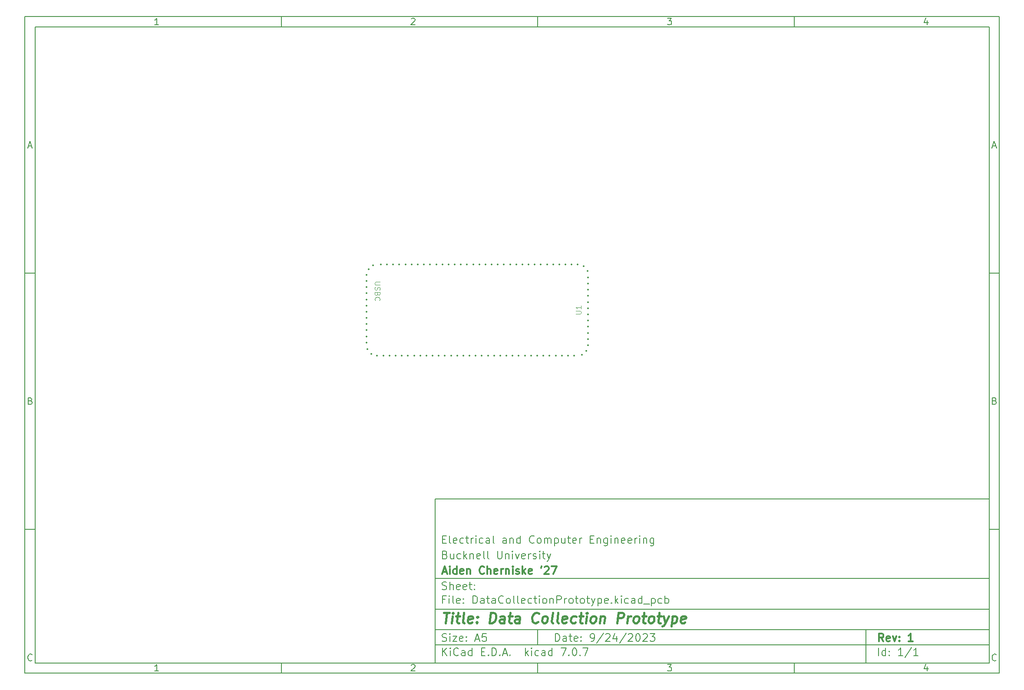
<source format=gbr>
%TF.GenerationSoftware,KiCad,Pcbnew,7.0.7*%
%TF.CreationDate,2023-09-27T12:08:52-04:00*%
%TF.ProjectId,DataCollectionPrototype,44617461-436f-46c6-9c65-6374696f6e50,1*%
%TF.SameCoordinates,Original*%
%TF.FileFunction,Legend,Top*%
%TF.FilePolarity,Positive*%
%FSLAX46Y46*%
G04 Gerber Fmt 4.6, Leading zero omitted, Abs format (unit mm)*
G04 Created by KiCad (PCBNEW 7.0.7) date 2023-09-27 12:08:52*
%MOMM*%
%LPD*%
G01*
G04 APERTURE LIST*
%ADD10C,0.100000*%
%ADD11C,0.150000*%
%ADD12C,0.300000*%
%ADD13C,0.400000*%
G04 APERTURE END LIST*
D10*
D11*
X90007200Y-104005800D02*
X198007200Y-104005800D01*
X198007200Y-136005800D01*
X90007200Y-136005800D01*
X90007200Y-104005800D01*
D10*
D11*
X10000000Y-10000000D02*
X200007200Y-10000000D01*
X200007200Y-138005800D01*
X10000000Y-138005800D01*
X10000000Y-10000000D01*
D10*
D11*
X12000000Y-12000000D02*
X198007200Y-12000000D01*
X198007200Y-136005800D01*
X12000000Y-136005800D01*
X12000000Y-12000000D01*
D10*
D11*
X60000000Y-12000000D02*
X60000000Y-10000000D01*
D10*
D11*
X110000000Y-12000000D02*
X110000000Y-10000000D01*
D10*
D11*
X160000000Y-12000000D02*
X160000000Y-10000000D01*
D10*
D11*
X36089160Y-11593604D02*
X35346303Y-11593604D01*
X35717731Y-11593604D02*
X35717731Y-10293604D01*
X35717731Y-10293604D02*
X35593922Y-10479319D01*
X35593922Y-10479319D02*
X35470112Y-10603128D01*
X35470112Y-10603128D02*
X35346303Y-10665033D01*
D10*
D11*
X85346303Y-10417414D02*
X85408207Y-10355509D01*
X85408207Y-10355509D02*
X85532017Y-10293604D01*
X85532017Y-10293604D02*
X85841541Y-10293604D01*
X85841541Y-10293604D02*
X85965350Y-10355509D01*
X85965350Y-10355509D02*
X86027255Y-10417414D01*
X86027255Y-10417414D02*
X86089160Y-10541223D01*
X86089160Y-10541223D02*
X86089160Y-10665033D01*
X86089160Y-10665033D02*
X86027255Y-10850747D01*
X86027255Y-10850747D02*
X85284398Y-11593604D01*
X85284398Y-11593604D02*
X86089160Y-11593604D01*
D10*
D11*
X135284398Y-10293604D02*
X136089160Y-10293604D01*
X136089160Y-10293604D02*
X135655826Y-10788842D01*
X135655826Y-10788842D02*
X135841541Y-10788842D01*
X135841541Y-10788842D02*
X135965350Y-10850747D01*
X135965350Y-10850747D02*
X136027255Y-10912652D01*
X136027255Y-10912652D02*
X136089160Y-11036461D01*
X136089160Y-11036461D02*
X136089160Y-11345985D01*
X136089160Y-11345985D02*
X136027255Y-11469795D01*
X136027255Y-11469795D02*
X135965350Y-11531700D01*
X135965350Y-11531700D02*
X135841541Y-11593604D01*
X135841541Y-11593604D02*
X135470112Y-11593604D01*
X135470112Y-11593604D02*
X135346303Y-11531700D01*
X135346303Y-11531700D02*
X135284398Y-11469795D01*
D10*
D11*
X185965350Y-10726938D02*
X185965350Y-11593604D01*
X185655826Y-10231700D02*
X185346303Y-11160271D01*
X185346303Y-11160271D02*
X186151064Y-11160271D01*
D10*
D11*
X60000000Y-136005800D02*
X60000000Y-138005800D01*
D10*
D11*
X110000000Y-136005800D02*
X110000000Y-138005800D01*
D10*
D11*
X160000000Y-136005800D02*
X160000000Y-138005800D01*
D10*
D11*
X36089160Y-137599404D02*
X35346303Y-137599404D01*
X35717731Y-137599404D02*
X35717731Y-136299404D01*
X35717731Y-136299404D02*
X35593922Y-136485119D01*
X35593922Y-136485119D02*
X35470112Y-136608928D01*
X35470112Y-136608928D02*
X35346303Y-136670833D01*
D10*
D11*
X85346303Y-136423214D02*
X85408207Y-136361309D01*
X85408207Y-136361309D02*
X85532017Y-136299404D01*
X85532017Y-136299404D02*
X85841541Y-136299404D01*
X85841541Y-136299404D02*
X85965350Y-136361309D01*
X85965350Y-136361309D02*
X86027255Y-136423214D01*
X86027255Y-136423214D02*
X86089160Y-136547023D01*
X86089160Y-136547023D02*
X86089160Y-136670833D01*
X86089160Y-136670833D02*
X86027255Y-136856547D01*
X86027255Y-136856547D02*
X85284398Y-137599404D01*
X85284398Y-137599404D02*
X86089160Y-137599404D01*
D10*
D11*
X135284398Y-136299404D02*
X136089160Y-136299404D01*
X136089160Y-136299404D02*
X135655826Y-136794642D01*
X135655826Y-136794642D02*
X135841541Y-136794642D01*
X135841541Y-136794642D02*
X135965350Y-136856547D01*
X135965350Y-136856547D02*
X136027255Y-136918452D01*
X136027255Y-136918452D02*
X136089160Y-137042261D01*
X136089160Y-137042261D02*
X136089160Y-137351785D01*
X136089160Y-137351785D02*
X136027255Y-137475595D01*
X136027255Y-137475595D02*
X135965350Y-137537500D01*
X135965350Y-137537500D02*
X135841541Y-137599404D01*
X135841541Y-137599404D02*
X135470112Y-137599404D01*
X135470112Y-137599404D02*
X135346303Y-137537500D01*
X135346303Y-137537500D02*
X135284398Y-137475595D01*
D10*
D11*
X185965350Y-136732738D02*
X185965350Y-137599404D01*
X185655826Y-136237500D02*
X185346303Y-137166071D01*
X185346303Y-137166071D02*
X186151064Y-137166071D01*
D10*
D11*
X10000000Y-60000000D02*
X12000000Y-60000000D01*
D10*
D11*
X10000000Y-110000000D02*
X12000000Y-110000000D01*
D10*
D11*
X10690476Y-35222176D02*
X11309523Y-35222176D01*
X10566666Y-35593604D02*
X10999999Y-34293604D01*
X10999999Y-34293604D02*
X11433333Y-35593604D01*
D10*
D11*
X11092857Y-84912652D02*
X11278571Y-84974557D01*
X11278571Y-84974557D02*
X11340476Y-85036461D01*
X11340476Y-85036461D02*
X11402380Y-85160271D01*
X11402380Y-85160271D02*
X11402380Y-85345985D01*
X11402380Y-85345985D02*
X11340476Y-85469795D01*
X11340476Y-85469795D02*
X11278571Y-85531700D01*
X11278571Y-85531700D02*
X11154761Y-85593604D01*
X11154761Y-85593604D02*
X10659523Y-85593604D01*
X10659523Y-85593604D02*
X10659523Y-84293604D01*
X10659523Y-84293604D02*
X11092857Y-84293604D01*
X11092857Y-84293604D02*
X11216666Y-84355509D01*
X11216666Y-84355509D02*
X11278571Y-84417414D01*
X11278571Y-84417414D02*
X11340476Y-84541223D01*
X11340476Y-84541223D02*
X11340476Y-84665033D01*
X11340476Y-84665033D02*
X11278571Y-84788842D01*
X11278571Y-84788842D02*
X11216666Y-84850747D01*
X11216666Y-84850747D02*
X11092857Y-84912652D01*
X11092857Y-84912652D02*
X10659523Y-84912652D01*
D10*
D11*
X11402380Y-135469795D02*
X11340476Y-135531700D01*
X11340476Y-135531700D02*
X11154761Y-135593604D01*
X11154761Y-135593604D02*
X11030952Y-135593604D01*
X11030952Y-135593604D02*
X10845238Y-135531700D01*
X10845238Y-135531700D02*
X10721428Y-135407890D01*
X10721428Y-135407890D02*
X10659523Y-135284080D01*
X10659523Y-135284080D02*
X10597619Y-135036461D01*
X10597619Y-135036461D02*
X10597619Y-134850747D01*
X10597619Y-134850747D02*
X10659523Y-134603128D01*
X10659523Y-134603128D02*
X10721428Y-134479319D01*
X10721428Y-134479319D02*
X10845238Y-134355509D01*
X10845238Y-134355509D02*
X11030952Y-134293604D01*
X11030952Y-134293604D02*
X11154761Y-134293604D01*
X11154761Y-134293604D02*
X11340476Y-134355509D01*
X11340476Y-134355509D02*
X11402380Y-134417414D01*
D10*
D11*
X200007200Y-60000000D02*
X198007200Y-60000000D01*
D10*
D11*
X200007200Y-110000000D02*
X198007200Y-110000000D01*
D10*
D11*
X198697676Y-35222176D02*
X199316723Y-35222176D01*
X198573866Y-35593604D02*
X199007199Y-34293604D01*
X199007199Y-34293604D02*
X199440533Y-35593604D01*
D10*
D11*
X199100057Y-84912652D02*
X199285771Y-84974557D01*
X199285771Y-84974557D02*
X199347676Y-85036461D01*
X199347676Y-85036461D02*
X199409580Y-85160271D01*
X199409580Y-85160271D02*
X199409580Y-85345985D01*
X199409580Y-85345985D02*
X199347676Y-85469795D01*
X199347676Y-85469795D02*
X199285771Y-85531700D01*
X199285771Y-85531700D02*
X199161961Y-85593604D01*
X199161961Y-85593604D02*
X198666723Y-85593604D01*
X198666723Y-85593604D02*
X198666723Y-84293604D01*
X198666723Y-84293604D02*
X199100057Y-84293604D01*
X199100057Y-84293604D02*
X199223866Y-84355509D01*
X199223866Y-84355509D02*
X199285771Y-84417414D01*
X199285771Y-84417414D02*
X199347676Y-84541223D01*
X199347676Y-84541223D02*
X199347676Y-84665033D01*
X199347676Y-84665033D02*
X199285771Y-84788842D01*
X199285771Y-84788842D02*
X199223866Y-84850747D01*
X199223866Y-84850747D02*
X199100057Y-84912652D01*
X199100057Y-84912652D02*
X198666723Y-84912652D01*
D10*
D11*
X199409580Y-135469795D02*
X199347676Y-135531700D01*
X199347676Y-135531700D02*
X199161961Y-135593604D01*
X199161961Y-135593604D02*
X199038152Y-135593604D01*
X199038152Y-135593604D02*
X198852438Y-135531700D01*
X198852438Y-135531700D02*
X198728628Y-135407890D01*
X198728628Y-135407890D02*
X198666723Y-135284080D01*
X198666723Y-135284080D02*
X198604819Y-135036461D01*
X198604819Y-135036461D02*
X198604819Y-134850747D01*
X198604819Y-134850747D02*
X198666723Y-134603128D01*
X198666723Y-134603128D02*
X198728628Y-134479319D01*
X198728628Y-134479319D02*
X198852438Y-134355509D01*
X198852438Y-134355509D02*
X199038152Y-134293604D01*
X199038152Y-134293604D02*
X199161961Y-134293604D01*
X199161961Y-134293604D02*
X199347676Y-134355509D01*
X199347676Y-134355509D02*
X199409580Y-134417414D01*
D10*
D11*
X113463026Y-131791928D02*
X113463026Y-130291928D01*
X113463026Y-130291928D02*
X113820169Y-130291928D01*
X113820169Y-130291928D02*
X114034455Y-130363357D01*
X114034455Y-130363357D02*
X114177312Y-130506214D01*
X114177312Y-130506214D02*
X114248741Y-130649071D01*
X114248741Y-130649071D02*
X114320169Y-130934785D01*
X114320169Y-130934785D02*
X114320169Y-131149071D01*
X114320169Y-131149071D02*
X114248741Y-131434785D01*
X114248741Y-131434785D02*
X114177312Y-131577642D01*
X114177312Y-131577642D02*
X114034455Y-131720500D01*
X114034455Y-131720500D02*
X113820169Y-131791928D01*
X113820169Y-131791928D02*
X113463026Y-131791928D01*
X115605884Y-131791928D02*
X115605884Y-131006214D01*
X115605884Y-131006214D02*
X115534455Y-130863357D01*
X115534455Y-130863357D02*
X115391598Y-130791928D01*
X115391598Y-130791928D02*
X115105884Y-130791928D01*
X115105884Y-130791928D02*
X114963026Y-130863357D01*
X115605884Y-131720500D02*
X115463026Y-131791928D01*
X115463026Y-131791928D02*
X115105884Y-131791928D01*
X115105884Y-131791928D02*
X114963026Y-131720500D01*
X114963026Y-131720500D02*
X114891598Y-131577642D01*
X114891598Y-131577642D02*
X114891598Y-131434785D01*
X114891598Y-131434785D02*
X114963026Y-131291928D01*
X114963026Y-131291928D02*
X115105884Y-131220500D01*
X115105884Y-131220500D02*
X115463026Y-131220500D01*
X115463026Y-131220500D02*
X115605884Y-131149071D01*
X116105884Y-130791928D02*
X116677312Y-130791928D01*
X116320169Y-130291928D02*
X116320169Y-131577642D01*
X116320169Y-131577642D02*
X116391598Y-131720500D01*
X116391598Y-131720500D02*
X116534455Y-131791928D01*
X116534455Y-131791928D02*
X116677312Y-131791928D01*
X117748741Y-131720500D02*
X117605884Y-131791928D01*
X117605884Y-131791928D02*
X117320170Y-131791928D01*
X117320170Y-131791928D02*
X117177312Y-131720500D01*
X117177312Y-131720500D02*
X117105884Y-131577642D01*
X117105884Y-131577642D02*
X117105884Y-131006214D01*
X117105884Y-131006214D02*
X117177312Y-130863357D01*
X117177312Y-130863357D02*
X117320170Y-130791928D01*
X117320170Y-130791928D02*
X117605884Y-130791928D01*
X117605884Y-130791928D02*
X117748741Y-130863357D01*
X117748741Y-130863357D02*
X117820170Y-131006214D01*
X117820170Y-131006214D02*
X117820170Y-131149071D01*
X117820170Y-131149071D02*
X117105884Y-131291928D01*
X118463026Y-131649071D02*
X118534455Y-131720500D01*
X118534455Y-131720500D02*
X118463026Y-131791928D01*
X118463026Y-131791928D02*
X118391598Y-131720500D01*
X118391598Y-131720500D02*
X118463026Y-131649071D01*
X118463026Y-131649071D02*
X118463026Y-131791928D01*
X118463026Y-130863357D02*
X118534455Y-130934785D01*
X118534455Y-130934785D02*
X118463026Y-131006214D01*
X118463026Y-131006214D02*
X118391598Y-130934785D01*
X118391598Y-130934785D02*
X118463026Y-130863357D01*
X118463026Y-130863357D02*
X118463026Y-131006214D01*
X120391598Y-131791928D02*
X120677312Y-131791928D01*
X120677312Y-131791928D02*
X120820169Y-131720500D01*
X120820169Y-131720500D02*
X120891598Y-131649071D01*
X120891598Y-131649071D02*
X121034455Y-131434785D01*
X121034455Y-131434785D02*
X121105884Y-131149071D01*
X121105884Y-131149071D02*
X121105884Y-130577642D01*
X121105884Y-130577642D02*
X121034455Y-130434785D01*
X121034455Y-130434785D02*
X120963027Y-130363357D01*
X120963027Y-130363357D02*
X120820169Y-130291928D01*
X120820169Y-130291928D02*
X120534455Y-130291928D01*
X120534455Y-130291928D02*
X120391598Y-130363357D01*
X120391598Y-130363357D02*
X120320169Y-130434785D01*
X120320169Y-130434785D02*
X120248741Y-130577642D01*
X120248741Y-130577642D02*
X120248741Y-130934785D01*
X120248741Y-130934785D02*
X120320169Y-131077642D01*
X120320169Y-131077642D02*
X120391598Y-131149071D01*
X120391598Y-131149071D02*
X120534455Y-131220500D01*
X120534455Y-131220500D02*
X120820169Y-131220500D01*
X120820169Y-131220500D02*
X120963027Y-131149071D01*
X120963027Y-131149071D02*
X121034455Y-131077642D01*
X121034455Y-131077642D02*
X121105884Y-130934785D01*
X122820169Y-130220500D02*
X121534455Y-132149071D01*
X123248741Y-130434785D02*
X123320169Y-130363357D01*
X123320169Y-130363357D02*
X123463027Y-130291928D01*
X123463027Y-130291928D02*
X123820169Y-130291928D01*
X123820169Y-130291928D02*
X123963027Y-130363357D01*
X123963027Y-130363357D02*
X124034455Y-130434785D01*
X124034455Y-130434785D02*
X124105884Y-130577642D01*
X124105884Y-130577642D02*
X124105884Y-130720500D01*
X124105884Y-130720500D02*
X124034455Y-130934785D01*
X124034455Y-130934785D02*
X123177312Y-131791928D01*
X123177312Y-131791928D02*
X124105884Y-131791928D01*
X125391598Y-130791928D02*
X125391598Y-131791928D01*
X125034455Y-130220500D02*
X124677312Y-131291928D01*
X124677312Y-131291928D02*
X125605883Y-131291928D01*
X127248740Y-130220500D02*
X125963026Y-132149071D01*
X127677312Y-130434785D02*
X127748740Y-130363357D01*
X127748740Y-130363357D02*
X127891598Y-130291928D01*
X127891598Y-130291928D02*
X128248740Y-130291928D01*
X128248740Y-130291928D02*
X128391598Y-130363357D01*
X128391598Y-130363357D02*
X128463026Y-130434785D01*
X128463026Y-130434785D02*
X128534455Y-130577642D01*
X128534455Y-130577642D02*
X128534455Y-130720500D01*
X128534455Y-130720500D02*
X128463026Y-130934785D01*
X128463026Y-130934785D02*
X127605883Y-131791928D01*
X127605883Y-131791928D02*
X128534455Y-131791928D01*
X129463026Y-130291928D02*
X129605883Y-130291928D01*
X129605883Y-130291928D02*
X129748740Y-130363357D01*
X129748740Y-130363357D02*
X129820169Y-130434785D01*
X129820169Y-130434785D02*
X129891597Y-130577642D01*
X129891597Y-130577642D02*
X129963026Y-130863357D01*
X129963026Y-130863357D02*
X129963026Y-131220500D01*
X129963026Y-131220500D02*
X129891597Y-131506214D01*
X129891597Y-131506214D02*
X129820169Y-131649071D01*
X129820169Y-131649071D02*
X129748740Y-131720500D01*
X129748740Y-131720500D02*
X129605883Y-131791928D01*
X129605883Y-131791928D02*
X129463026Y-131791928D01*
X129463026Y-131791928D02*
X129320169Y-131720500D01*
X129320169Y-131720500D02*
X129248740Y-131649071D01*
X129248740Y-131649071D02*
X129177311Y-131506214D01*
X129177311Y-131506214D02*
X129105883Y-131220500D01*
X129105883Y-131220500D02*
X129105883Y-130863357D01*
X129105883Y-130863357D02*
X129177311Y-130577642D01*
X129177311Y-130577642D02*
X129248740Y-130434785D01*
X129248740Y-130434785D02*
X129320169Y-130363357D01*
X129320169Y-130363357D02*
X129463026Y-130291928D01*
X130534454Y-130434785D02*
X130605882Y-130363357D01*
X130605882Y-130363357D02*
X130748740Y-130291928D01*
X130748740Y-130291928D02*
X131105882Y-130291928D01*
X131105882Y-130291928D02*
X131248740Y-130363357D01*
X131248740Y-130363357D02*
X131320168Y-130434785D01*
X131320168Y-130434785D02*
X131391597Y-130577642D01*
X131391597Y-130577642D02*
X131391597Y-130720500D01*
X131391597Y-130720500D02*
X131320168Y-130934785D01*
X131320168Y-130934785D02*
X130463025Y-131791928D01*
X130463025Y-131791928D02*
X131391597Y-131791928D01*
X131891596Y-130291928D02*
X132820168Y-130291928D01*
X132820168Y-130291928D02*
X132320168Y-130863357D01*
X132320168Y-130863357D02*
X132534453Y-130863357D01*
X132534453Y-130863357D02*
X132677311Y-130934785D01*
X132677311Y-130934785D02*
X132748739Y-131006214D01*
X132748739Y-131006214D02*
X132820168Y-131149071D01*
X132820168Y-131149071D02*
X132820168Y-131506214D01*
X132820168Y-131506214D02*
X132748739Y-131649071D01*
X132748739Y-131649071D02*
X132677311Y-131720500D01*
X132677311Y-131720500D02*
X132534453Y-131791928D01*
X132534453Y-131791928D02*
X132105882Y-131791928D01*
X132105882Y-131791928D02*
X131963025Y-131720500D01*
X131963025Y-131720500D02*
X131891596Y-131649071D01*
D10*
D11*
X90007200Y-132505800D02*
X198007200Y-132505800D01*
D10*
D11*
X91463026Y-134591928D02*
X91463026Y-133091928D01*
X92320169Y-134591928D02*
X91677312Y-133734785D01*
X92320169Y-133091928D02*
X91463026Y-133949071D01*
X92963026Y-134591928D02*
X92963026Y-133591928D01*
X92963026Y-133091928D02*
X92891598Y-133163357D01*
X92891598Y-133163357D02*
X92963026Y-133234785D01*
X92963026Y-133234785D02*
X93034455Y-133163357D01*
X93034455Y-133163357D02*
X92963026Y-133091928D01*
X92963026Y-133091928D02*
X92963026Y-133234785D01*
X94534455Y-134449071D02*
X94463027Y-134520500D01*
X94463027Y-134520500D02*
X94248741Y-134591928D01*
X94248741Y-134591928D02*
X94105884Y-134591928D01*
X94105884Y-134591928D02*
X93891598Y-134520500D01*
X93891598Y-134520500D02*
X93748741Y-134377642D01*
X93748741Y-134377642D02*
X93677312Y-134234785D01*
X93677312Y-134234785D02*
X93605884Y-133949071D01*
X93605884Y-133949071D02*
X93605884Y-133734785D01*
X93605884Y-133734785D02*
X93677312Y-133449071D01*
X93677312Y-133449071D02*
X93748741Y-133306214D01*
X93748741Y-133306214D02*
X93891598Y-133163357D01*
X93891598Y-133163357D02*
X94105884Y-133091928D01*
X94105884Y-133091928D02*
X94248741Y-133091928D01*
X94248741Y-133091928D02*
X94463027Y-133163357D01*
X94463027Y-133163357D02*
X94534455Y-133234785D01*
X95820170Y-134591928D02*
X95820170Y-133806214D01*
X95820170Y-133806214D02*
X95748741Y-133663357D01*
X95748741Y-133663357D02*
X95605884Y-133591928D01*
X95605884Y-133591928D02*
X95320170Y-133591928D01*
X95320170Y-133591928D02*
X95177312Y-133663357D01*
X95820170Y-134520500D02*
X95677312Y-134591928D01*
X95677312Y-134591928D02*
X95320170Y-134591928D01*
X95320170Y-134591928D02*
X95177312Y-134520500D01*
X95177312Y-134520500D02*
X95105884Y-134377642D01*
X95105884Y-134377642D02*
X95105884Y-134234785D01*
X95105884Y-134234785D02*
X95177312Y-134091928D01*
X95177312Y-134091928D02*
X95320170Y-134020500D01*
X95320170Y-134020500D02*
X95677312Y-134020500D01*
X95677312Y-134020500D02*
X95820170Y-133949071D01*
X97177313Y-134591928D02*
X97177313Y-133091928D01*
X97177313Y-134520500D02*
X97034455Y-134591928D01*
X97034455Y-134591928D02*
X96748741Y-134591928D01*
X96748741Y-134591928D02*
X96605884Y-134520500D01*
X96605884Y-134520500D02*
X96534455Y-134449071D01*
X96534455Y-134449071D02*
X96463027Y-134306214D01*
X96463027Y-134306214D02*
X96463027Y-133877642D01*
X96463027Y-133877642D02*
X96534455Y-133734785D01*
X96534455Y-133734785D02*
X96605884Y-133663357D01*
X96605884Y-133663357D02*
X96748741Y-133591928D01*
X96748741Y-133591928D02*
X97034455Y-133591928D01*
X97034455Y-133591928D02*
X97177313Y-133663357D01*
X99034455Y-133806214D02*
X99534455Y-133806214D01*
X99748741Y-134591928D02*
X99034455Y-134591928D01*
X99034455Y-134591928D02*
X99034455Y-133091928D01*
X99034455Y-133091928D02*
X99748741Y-133091928D01*
X100391598Y-134449071D02*
X100463027Y-134520500D01*
X100463027Y-134520500D02*
X100391598Y-134591928D01*
X100391598Y-134591928D02*
X100320170Y-134520500D01*
X100320170Y-134520500D02*
X100391598Y-134449071D01*
X100391598Y-134449071D02*
X100391598Y-134591928D01*
X101105884Y-134591928D02*
X101105884Y-133091928D01*
X101105884Y-133091928D02*
X101463027Y-133091928D01*
X101463027Y-133091928D02*
X101677313Y-133163357D01*
X101677313Y-133163357D02*
X101820170Y-133306214D01*
X101820170Y-133306214D02*
X101891599Y-133449071D01*
X101891599Y-133449071D02*
X101963027Y-133734785D01*
X101963027Y-133734785D02*
X101963027Y-133949071D01*
X101963027Y-133949071D02*
X101891599Y-134234785D01*
X101891599Y-134234785D02*
X101820170Y-134377642D01*
X101820170Y-134377642D02*
X101677313Y-134520500D01*
X101677313Y-134520500D02*
X101463027Y-134591928D01*
X101463027Y-134591928D02*
X101105884Y-134591928D01*
X102605884Y-134449071D02*
X102677313Y-134520500D01*
X102677313Y-134520500D02*
X102605884Y-134591928D01*
X102605884Y-134591928D02*
X102534456Y-134520500D01*
X102534456Y-134520500D02*
X102605884Y-134449071D01*
X102605884Y-134449071D02*
X102605884Y-134591928D01*
X103248742Y-134163357D02*
X103963028Y-134163357D01*
X103105885Y-134591928D02*
X103605885Y-133091928D01*
X103605885Y-133091928D02*
X104105885Y-134591928D01*
X104605884Y-134449071D02*
X104677313Y-134520500D01*
X104677313Y-134520500D02*
X104605884Y-134591928D01*
X104605884Y-134591928D02*
X104534456Y-134520500D01*
X104534456Y-134520500D02*
X104605884Y-134449071D01*
X104605884Y-134449071D02*
X104605884Y-134591928D01*
X107605884Y-134591928D02*
X107605884Y-133091928D01*
X107748742Y-134020500D02*
X108177313Y-134591928D01*
X108177313Y-133591928D02*
X107605884Y-134163357D01*
X108820170Y-134591928D02*
X108820170Y-133591928D01*
X108820170Y-133091928D02*
X108748742Y-133163357D01*
X108748742Y-133163357D02*
X108820170Y-133234785D01*
X108820170Y-133234785D02*
X108891599Y-133163357D01*
X108891599Y-133163357D02*
X108820170Y-133091928D01*
X108820170Y-133091928D02*
X108820170Y-133234785D01*
X110177314Y-134520500D02*
X110034456Y-134591928D01*
X110034456Y-134591928D02*
X109748742Y-134591928D01*
X109748742Y-134591928D02*
X109605885Y-134520500D01*
X109605885Y-134520500D02*
X109534456Y-134449071D01*
X109534456Y-134449071D02*
X109463028Y-134306214D01*
X109463028Y-134306214D02*
X109463028Y-133877642D01*
X109463028Y-133877642D02*
X109534456Y-133734785D01*
X109534456Y-133734785D02*
X109605885Y-133663357D01*
X109605885Y-133663357D02*
X109748742Y-133591928D01*
X109748742Y-133591928D02*
X110034456Y-133591928D01*
X110034456Y-133591928D02*
X110177314Y-133663357D01*
X111463028Y-134591928D02*
X111463028Y-133806214D01*
X111463028Y-133806214D02*
X111391599Y-133663357D01*
X111391599Y-133663357D02*
X111248742Y-133591928D01*
X111248742Y-133591928D02*
X110963028Y-133591928D01*
X110963028Y-133591928D02*
X110820170Y-133663357D01*
X111463028Y-134520500D02*
X111320170Y-134591928D01*
X111320170Y-134591928D02*
X110963028Y-134591928D01*
X110963028Y-134591928D02*
X110820170Y-134520500D01*
X110820170Y-134520500D02*
X110748742Y-134377642D01*
X110748742Y-134377642D02*
X110748742Y-134234785D01*
X110748742Y-134234785D02*
X110820170Y-134091928D01*
X110820170Y-134091928D02*
X110963028Y-134020500D01*
X110963028Y-134020500D02*
X111320170Y-134020500D01*
X111320170Y-134020500D02*
X111463028Y-133949071D01*
X112820171Y-134591928D02*
X112820171Y-133091928D01*
X112820171Y-134520500D02*
X112677313Y-134591928D01*
X112677313Y-134591928D02*
X112391599Y-134591928D01*
X112391599Y-134591928D02*
X112248742Y-134520500D01*
X112248742Y-134520500D02*
X112177313Y-134449071D01*
X112177313Y-134449071D02*
X112105885Y-134306214D01*
X112105885Y-134306214D02*
X112105885Y-133877642D01*
X112105885Y-133877642D02*
X112177313Y-133734785D01*
X112177313Y-133734785D02*
X112248742Y-133663357D01*
X112248742Y-133663357D02*
X112391599Y-133591928D01*
X112391599Y-133591928D02*
X112677313Y-133591928D01*
X112677313Y-133591928D02*
X112820171Y-133663357D01*
X114534456Y-133091928D02*
X115534456Y-133091928D01*
X115534456Y-133091928D02*
X114891599Y-134591928D01*
X116105884Y-134449071D02*
X116177313Y-134520500D01*
X116177313Y-134520500D02*
X116105884Y-134591928D01*
X116105884Y-134591928D02*
X116034456Y-134520500D01*
X116034456Y-134520500D02*
X116105884Y-134449071D01*
X116105884Y-134449071D02*
X116105884Y-134591928D01*
X117105885Y-133091928D02*
X117248742Y-133091928D01*
X117248742Y-133091928D02*
X117391599Y-133163357D01*
X117391599Y-133163357D02*
X117463028Y-133234785D01*
X117463028Y-133234785D02*
X117534456Y-133377642D01*
X117534456Y-133377642D02*
X117605885Y-133663357D01*
X117605885Y-133663357D02*
X117605885Y-134020500D01*
X117605885Y-134020500D02*
X117534456Y-134306214D01*
X117534456Y-134306214D02*
X117463028Y-134449071D01*
X117463028Y-134449071D02*
X117391599Y-134520500D01*
X117391599Y-134520500D02*
X117248742Y-134591928D01*
X117248742Y-134591928D02*
X117105885Y-134591928D01*
X117105885Y-134591928D02*
X116963028Y-134520500D01*
X116963028Y-134520500D02*
X116891599Y-134449071D01*
X116891599Y-134449071D02*
X116820170Y-134306214D01*
X116820170Y-134306214D02*
X116748742Y-134020500D01*
X116748742Y-134020500D02*
X116748742Y-133663357D01*
X116748742Y-133663357D02*
X116820170Y-133377642D01*
X116820170Y-133377642D02*
X116891599Y-133234785D01*
X116891599Y-133234785D02*
X116963028Y-133163357D01*
X116963028Y-133163357D02*
X117105885Y-133091928D01*
X118248741Y-134449071D02*
X118320170Y-134520500D01*
X118320170Y-134520500D02*
X118248741Y-134591928D01*
X118248741Y-134591928D02*
X118177313Y-134520500D01*
X118177313Y-134520500D02*
X118248741Y-134449071D01*
X118248741Y-134449071D02*
X118248741Y-134591928D01*
X118820170Y-133091928D02*
X119820170Y-133091928D01*
X119820170Y-133091928D02*
X119177313Y-134591928D01*
D10*
D11*
X90007200Y-129505800D02*
X198007200Y-129505800D01*
D10*
D12*
X177418853Y-131784128D02*
X176918853Y-131069842D01*
X176561710Y-131784128D02*
X176561710Y-130284128D01*
X176561710Y-130284128D02*
X177133139Y-130284128D01*
X177133139Y-130284128D02*
X177275996Y-130355557D01*
X177275996Y-130355557D02*
X177347425Y-130426985D01*
X177347425Y-130426985D02*
X177418853Y-130569842D01*
X177418853Y-130569842D02*
X177418853Y-130784128D01*
X177418853Y-130784128D02*
X177347425Y-130926985D01*
X177347425Y-130926985D02*
X177275996Y-130998414D01*
X177275996Y-130998414D02*
X177133139Y-131069842D01*
X177133139Y-131069842D02*
X176561710Y-131069842D01*
X178633139Y-131712700D02*
X178490282Y-131784128D01*
X178490282Y-131784128D02*
X178204568Y-131784128D01*
X178204568Y-131784128D02*
X178061710Y-131712700D01*
X178061710Y-131712700D02*
X177990282Y-131569842D01*
X177990282Y-131569842D02*
X177990282Y-130998414D01*
X177990282Y-130998414D02*
X178061710Y-130855557D01*
X178061710Y-130855557D02*
X178204568Y-130784128D01*
X178204568Y-130784128D02*
X178490282Y-130784128D01*
X178490282Y-130784128D02*
X178633139Y-130855557D01*
X178633139Y-130855557D02*
X178704568Y-130998414D01*
X178704568Y-130998414D02*
X178704568Y-131141271D01*
X178704568Y-131141271D02*
X177990282Y-131284128D01*
X179204567Y-130784128D02*
X179561710Y-131784128D01*
X179561710Y-131784128D02*
X179918853Y-130784128D01*
X180490281Y-131641271D02*
X180561710Y-131712700D01*
X180561710Y-131712700D02*
X180490281Y-131784128D01*
X180490281Y-131784128D02*
X180418853Y-131712700D01*
X180418853Y-131712700D02*
X180490281Y-131641271D01*
X180490281Y-131641271D02*
X180490281Y-131784128D01*
X180490281Y-130855557D02*
X180561710Y-130926985D01*
X180561710Y-130926985D02*
X180490281Y-130998414D01*
X180490281Y-130998414D02*
X180418853Y-130926985D01*
X180418853Y-130926985D02*
X180490281Y-130855557D01*
X180490281Y-130855557D02*
X180490281Y-130998414D01*
X183133139Y-131784128D02*
X182275996Y-131784128D01*
X182704567Y-131784128D02*
X182704567Y-130284128D01*
X182704567Y-130284128D02*
X182561710Y-130498414D01*
X182561710Y-130498414D02*
X182418853Y-130641271D01*
X182418853Y-130641271D02*
X182275996Y-130712700D01*
D10*
D11*
X91391598Y-131720500D02*
X91605884Y-131791928D01*
X91605884Y-131791928D02*
X91963026Y-131791928D01*
X91963026Y-131791928D02*
X92105884Y-131720500D01*
X92105884Y-131720500D02*
X92177312Y-131649071D01*
X92177312Y-131649071D02*
X92248741Y-131506214D01*
X92248741Y-131506214D02*
X92248741Y-131363357D01*
X92248741Y-131363357D02*
X92177312Y-131220500D01*
X92177312Y-131220500D02*
X92105884Y-131149071D01*
X92105884Y-131149071D02*
X91963026Y-131077642D01*
X91963026Y-131077642D02*
X91677312Y-131006214D01*
X91677312Y-131006214D02*
X91534455Y-130934785D01*
X91534455Y-130934785D02*
X91463026Y-130863357D01*
X91463026Y-130863357D02*
X91391598Y-130720500D01*
X91391598Y-130720500D02*
X91391598Y-130577642D01*
X91391598Y-130577642D02*
X91463026Y-130434785D01*
X91463026Y-130434785D02*
X91534455Y-130363357D01*
X91534455Y-130363357D02*
X91677312Y-130291928D01*
X91677312Y-130291928D02*
X92034455Y-130291928D01*
X92034455Y-130291928D02*
X92248741Y-130363357D01*
X92891597Y-131791928D02*
X92891597Y-130791928D01*
X92891597Y-130291928D02*
X92820169Y-130363357D01*
X92820169Y-130363357D02*
X92891597Y-130434785D01*
X92891597Y-130434785D02*
X92963026Y-130363357D01*
X92963026Y-130363357D02*
X92891597Y-130291928D01*
X92891597Y-130291928D02*
X92891597Y-130434785D01*
X93463026Y-130791928D02*
X94248741Y-130791928D01*
X94248741Y-130791928D02*
X93463026Y-131791928D01*
X93463026Y-131791928D02*
X94248741Y-131791928D01*
X95391598Y-131720500D02*
X95248741Y-131791928D01*
X95248741Y-131791928D02*
X94963027Y-131791928D01*
X94963027Y-131791928D02*
X94820169Y-131720500D01*
X94820169Y-131720500D02*
X94748741Y-131577642D01*
X94748741Y-131577642D02*
X94748741Y-131006214D01*
X94748741Y-131006214D02*
X94820169Y-130863357D01*
X94820169Y-130863357D02*
X94963027Y-130791928D01*
X94963027Y-130791928D02*
X95248741Y-130791928D01*
X95248741Y-130791928D02*
X95391598Y-130863357D01*
X95391598Y-130863357D02*
X95463027Y-131006214D01*
X95463027Y-131006214D02*
X95463027Y-131149071D01*
X95463027Y-131149071D02*
X94748741Y-131291928D01*
X96105883Y-131649071D02*
X96177312Y-131720500D01*
X96177312Y-131720500D02*
X96105883Y-131791928D01*
X96105883Y-131791928D02*
X96034455Y-131720500D01*
X96034455Y-131720500D02*
X96105883Y-131649071D01*
X96105883Y-131649071D02*
X96105883Y-131791928D01*
X96105883Y-130863357D02*
X96177312Y-130934785D01*
X96177312Y-130934785D02*
X96105883Y-131006214D01*
X96105883Y-131006214D02*
X96034455Y-130934785D01*
X96034455Y-130934785D02*
X96105883Y-130863357D01*
X96105883Y-130863357D02*
X96105883Y-131006214D01*
X97891598Y-131363357D02*
X98605884Y-131363357D01*
X97748741Y-131791928D02*
X98248741Y-130291928D01*
X98248741Y-130291928D02*
X98748741Y-131791928D01*
X99963026Y-130291928D02*
X99248740Y-130291928D01*
X99248740Y-130291928D02*
X99177312Y-131006214D01*
X99177312Y-131006214D02*
X99248740Y-130934785D01*
X99248740Y-130934785D02*
X99391598Y-130863357D01*
X99391598Y-130863357D02*
X99748740Y-130863357D01*
X99748740Y-130863357D02*
X99891598Y-130934785D01*
X99891598Y-130934785D02*
X99963026Y-131006214D01*
X99963026Y-131006214D02*
X100034455Y-131149071D01*
X100034455Y-131149071D02*
X100034455Y-131506214D01*
X100034455Y-131506214D02*
X99963026Y-131649071D01*
X99963026Y-131649071D02*
X99891598Y-131720500D01*
X99891598Y-131720500D02*
X99748740Y-131791928D01*
X99748740Y-131791928D02*
X99391598Y-131791928D01*
X99391598Y-131791928D02*
X99248740Y-131720500D01*
X99248740Y-131720500D02*
X99177312Y-131649071D01*
D10*
D11*
X176463026Y-134591928D02*
X176463026Y-133091928D01*
X177820170Y-134591928D02*
X177820170Y-133091928D01*
X177820170Y-134520500D02*
X177677312Y-134591928D01*
X177677312Y-134591928D02*
X177391598Y-134591928D01*
X177391598Y-134591928D02*
X177248741Y-134520500D01*
X177248741Y-134520500D02*
X177177312Y-134449071D01*
X177177312Y-134449071D02*
X177105884Y-134306214D01*
X177105884Y-134306214D02*
X177105884Y-133877642D01*
X177105884Y-133877642D02*
X177177312Y-133734785D01*
X177177312Y-133734785D02*
X177248741Y-133663357D01*
X177248741Y-133663357D02*
X177391598Y-133591928D01*
X177391598Y-133591928D02*
X177677312Y-133591928D01*
X177677312Y-133591928D02*
X177820170Y-133663357D01*
X178534455Y-134449071D02*
X178605884Y-134520500D01*
X178605884Y-134520500D02*
X178534455Y-134591928D01*
X178534455Y-134591928D02*
X178463027Y-134520500D01*
X178463027Y-134520500D02*
X178534455Y-134449071D01*
X178534455Y-134449071D02*
X178534455Y-134591928D01*
X178534455Y-133663357D02*
X178605884Y-133734785D01*
X178605884Y-133734785D02*
X178534455Y-133806214D01*
X178534455Y-133806214D02*
X178463027Y-133734785D01*
X178463027Y-133734785D02*
X178534455Y-133663357D01*
X178534455Y-133663357D02*
X178534455Y-133806214D01*
X181177313Y-134591928D02*
X180320170Y-134591928D01*
X180748741Y-134591928D02*
X180748741Y-133091928D01*
X180748741Y-133091928D02*
X180605884Y-133306214D01*
X180605884Y-133306214D02*
X180463027Y-133449071D01*
X180463027Y-133449071D02*
X180320170Y-133520500D01*
X182891598Y-133020500D02*
X181605884Y-134949071D01*
X184177313Y-134591928D02*
X183320170Y-134591928D01*
X183748741Y-134591928D02*
X183748741Y-133091928D01*
X183748741Y-133091928D02*
X183605884Y-133306214D01*
X183605884Y-133306214D02*
X183463027Y-133449071D01*
X183463027Y-133449071D02*
X183320170Y-133520500D01*
D10*
D11*
X90007200Y-125505800D02*
X198007200Y-125505800D01*
D10*
D13*
X91698928Y-126210238D02*
X92841785Y-126210238D01*
X92020357Y-128210238D02*
X92270357Y-126210238D01*
X93258452Y-128210238D02*
X93425119Y-126876904D01*
X93508452Y-126210238D02*
X93401309Y-126305476D01*
X93401309Y-126305476D02*
X93484643Y-126400714D01*
X93484643Y-126400714D02*
X93591786Y-126305476D01*
X93591786Y-126305476D02*
X93508452Y-126210238D01*
X93508452Y-126210238D02*
X93484643Y-126400714D01*
X94091786Y-126876904D02*
X94853690Y-126876904D01*
X94460833Y-126210238D02*
X94246548Y-127924523D01*
X94246548Y-127924523D02*
X94317976Y-128115000D01*
X94317976Y-128115000D02*
X94496548Y-128210238D01*
X94496548Y-128210238D02*
X94687024Y-128210238D01*
X95639405Y-128210238D02*
X95460833Y-128115000D01*
X95460833Y-128115000D02*
X95389405Y-127924523D01*
X95389405Y-127924523D02*
X95603690Y-126210238D01*
X97175119Y-128115000D02*
X96972738Y-128210238D01*
X96972738Y-128210238D02*
X96591785Y-128210238D01*
X96591785Y-128210238D02*
X96413214Y-128115000D01*
X96413214Y-128115000D02*
X96341785Y-127924523D01*
X96341785Y-127924523D02*
X96437024Y-127162619D01*
X96437024Y-127162619D02*
X96556071Y-126972142D01*
X96556071Y-126972142D02*
X96758452Y-126876904D01*
X96758452Y-126876904D02*
X97139404Y-126876904D01*
X97139404Y-126876904D02*
X97317976Y-126972142D01*
X97317976Y-126972142D02*
X97389404Y-127162619D01*
X97389404Y-127162619D02*
X97365595Y-127353095D01*
X97365595Y-127353095D02*
X96389404Y-127543571D01*
X98139405Y-128019761D02*
X98222738Y-128115000D01*
X98222738Y-128115000D02*
X98115595Y-128210238D01*
X98115595Y-128210238D02*
X98032262Y-128115000D01*
X98032262Y-128115000D02*
X98139405Y-128019761D01*
X98139405Y-128019761D02*
X98115595Y-128210238D01*
X98270357Y-126972142D02*
X98353690Y-127067380D01*
X98353690Y-127067380D02*
X98246548Y-127162619D01*
X98246548Y-127162619D02*
X98163214Y-127067380D01*
X98163214Y-127067380D02*
X98270357Y-126972142D01*
X98270357Y-126972142D02*
X98246548Y-127162619D01*
X100591786Y-128210238D02*
X100841786Y-126210238D01*
X100841786Y-126210238D02*
X101317977Y-126210238D01*
X101317977Y-126210238D02*
X101591786Y-126305476D01*
X101591786Y-126305476D02*
X101758453Y-126495952D01*
X101758453Y-126495952D02*
X101829881Y-126686428D01*
X101829881Y-126686428D02*
X101877501Y-127067380D01*
X101877501Y-127067380D02*
X101841786Y-127353095D01*
X101841786Y-127353095D02*
X101698929Y-127734047D01*
X101698929Y-127734047D02*
X101579881Y-127924523D01*
X101579881Y-127924523D02*
X101365596Y-128115000D01*
X101365596Y-128115000D02*
X101067977Y-128210238D01*
X101067977Y-128210238D02*
X100591786Y-128210238D01*
X103448929Y-128210238D02*
X103579881Y-127162619D01*
X103579881Y-127162619D02*
X103508453Y-126972142D01*
X103508453Y-126972142D02*
X103329881Y-126876904D01*
X103329881Y-126876904D02*
X102948929Y-126876904D01*
X102948929Y-126876904D02*
X102746548Y-126972142D01*
X103460834Y-128115000D02*
X103258453Y-128210238D01*
X103258453Y-128210238D02*
X102782262Y-128210238D01*
X102782262Y-128210238D02*
X102603691Y-128115000D01*
X102603691Y-128115000D02*
X102532262Y-127924523D01*
X102532262Y-127924523D02*
X102556072Y-127734047D01*
X102556072Y-127734047D02*
X102675120Y-127543571D01*
X102675120Y-127543571D02*
X102877501Y-127448333D01*
X102877501Y-127448333D02*
X103353691Y-127448333D01*
X103353691Y-127448333D02*
X103556072Y-127353095D01*
X104282263Y-126876904D02*
X105044167Y-126876904D01*
X104651310Y-126210238D02*
X104437025Y-127924523D01*
X104437025Y-127924523D02*
X104508453Y-128115000D01*
X104508453Y-128115000D02*
X104687025Y-128210238D01*
X104687025Y-128210238D02*
X104877501Y-128210238D01*
X106401310Y-128210238D02*
X106532262Y-127162619D01*
X106532262Y-127162619D02*
X106460834Y-126972142D01*
X106460834Y-126972142D02*
X106282262Y-126876904D01*
X106282262Y-126876904D02*
X105901310Y-126876904D01*
X105901310Y-126876904D02*
X105698929Y-126972142D01*
X106413215Y-128115000D02*
X106210834Y-128210238D01*
X106210834Y-128210238D02*
X105734643Y-128210238D01*
X105734643Y-128210238D02*
X105556072Y-128115000D01*
X105556072Y-128115000D02*
X105484643Y-127924523D01*
X105484643Y-127924523D02*
X105508453Y-127734047D01*
X105508453Y-127734047D02*
X105627501Y-127543571D01*
X105627501Y-127543571D02*
X105829882Y-127448333D01*
X105829882Y-127448333D02*
X106306072Y-127448333D01*
X106306072Y-127448333D02*
X106508453Y-127353095D01*
X110044168Y-128019761D02*
X109937025Y-128115000D01*
X109937025Y-128115000D02*
X109639406Y-128210238D01*
X109639406Y-128210238D02*
X109448930Y-128210238D01*
X109448930Y-128210238D02*
X109175120Y-128115000D01*
X109175120Y-128115000D02*
X109008454Y-127924523D01*
X109008454Y-127924523D02*
X108937025Y-127734047D01*
X108937025Y-127734047D02*
X108889406Y-127353095D01*
X108889406Y-127353095D02*
X108925120Y-127067380D01*
X108925120Y-127067380D02*
X109067977Y-126686428D01*
X109067977Y-126686428D02*
X109187025Y-126495952D01*
X109187025Y-126495952D02*
X109401311Y-126305476D01*
X109401311Y-126305476D02*
X109698930Y-126210238D01*
X109698930Y-126210238D02*
X109889406Y-126210238D01*
X109889406Y-126210238D02*
X110163216Y-126305476D01*
X110163216Y-126305476D02*
X110246549Y-126400714D01*
X111163216Y-128210238D02*
X110984644Y-128115000D01*
X110984644Y-128115000D02*
X110901311Y-128019761D01*
X110901311Y-128019761D02*
X110829882Y-127829285D01*
X110829882Y-127829285D02*
X110901311Y-127257857D01*
X110901311Y-127257857D02*
X111020358Y-127067380D01*
X111020358Y-127067380D02*
X111127501Y-126972142D01*
X111127501Y-126972142D02*
X111329882Y-126876904D01*
X111329882Y-126876904D02*
X111615596Y-126876904D01*
X111615596Y-126876904D02*
X111794168Y-126972142D01*
X111794168Y-126972142D02*
X111877501Y-127067380D01*
X111877501Y-127067380D02*
X111948930Y-127257857D01*
X111948930Y-127257857D02*
X111877501Y-127829285D01*
X111877501Y-127829285D02*
X111758454Y-128019761D01*
X111758454Y-128019761D02*
X111651311Y-128115000D01*
X111651311Y-128115000D02*
X111448930Y-128210238D01*
X111448930Y-128210238D02*
X111163216Y-128210238D01*
X112972740Y-128210238D02*
X112794168Y-128115000D01*
X112794168Y-128115000D02*
X112722740Y-127924523D01*
X112722740Y-127924523D02*
X112937025Y-126210238D01*
X114020359Y-128210238D02*
X113841787Y-128115000D01*
X113841787Y-128115000D02*
X113770359Y-127924523D01*
X113770359Y-127924523D02*
X113984644Y-126210238D01*
X115556073Y-128115000D02*
X115353692Y-128210238D01*
X115353692Y-128210238D02*
X114972739Y-128210238D01*
X114972739Y-128210238D02*
X114794168Y-128115000D01*
X114794168Y-128115000D02*
X114722739Y-127924523D01*
X114722739Y-127924523D02*
X114817978Y-127162619D01*
X114817978Y-127162619D02*
X114937025Y-126972142D01*
X114937025Y-126972142D02*
X115139406Y-126876904D01*
X115139406Y-126876904D02*
X115520358Y-126876904D01*
X115520358Y-126876904D02*
X115698930Y-126972142D01*
X115698930Y-126972142D02*
X115770358Y-127162619D01*
X115770358Y-127162619D02*
X115746549Y-127353095D01*
X115746549Y-127353095D02*
X114770358Y-127543571D01*
X117365597Y-128115000D02*
X117163216Y-128210238D01*
X117163216Y-128210238D02*
X116782264Y-128210238D01*
X116782264Y-128210238D02*
X116603692Y-128115000D01*
X116603692Y-128115000D02*
X116520359Y-128019761D01*
X116520359Y-128019761D02*
X116448930Y-127829285D01*
X116448930Y-127829285D02*
X116520359Y-127257857D01*
X116520359Y-127257857D02*
X116639406Y-127067380D01*
X116639406Y-127067380D02*
X116746549Y-126972142D01*
X116746549Y-126972142D02*
X116948930Y-126876904D01*
X116948930Y-126876904D02*
X117329883Y-126876904D01*
X117329883Y-126876904D02*
X117508454Y-126972142D01*
X118091788Y-126876904D02*
X118853692Y-126876904D01*
X118460835Y-126210238D02*
X118246550Y-127924523D01*
X118246550Y-127924523D02*
X118317978Y-128115000D01*
X118317978Y-128115000D02*
X118496550Y-128210238D01*
X118496550Y-128210238D02*
X118687026Y-128210238D01*
X119353692Y-128210238D02*
X119520359Y-126876904D01*
X119603692Y-126210238D02*
X119496549Y-126305476D01*
X119496549Y-126305476D02*
X119579883Y-126400714D01*
X119579883Y-126400714D02*
X119687026Y-126305476D01*
X119687026Y-126305476D02*
X119603692Y-126210238D01*
X119603692Y-126210238D02*
X119579883Y-126400714D01*
X120591788Y-128210238D02*
X120413216Y-128115000D01*
X120413216Y-128115000D02*
X120329883Y-128019761D01*
X120329883Y-128019761D02*
X120258454Y-127829285D01*
X120258454Y-127829285D02*
X120329883Y-127257857D01*
X120329883Y-127257857D02*
X120448930Y-127067380D01*
X120448930Y-127067380D02*
X120556073Y-126972142D01*
X120556073Y-126972142D02*
X120758454Y-126876904D01*
X120758454Y-126876904D02*
X121044168Y-126876904D01*
X121044168Y-126876904D02*
X121222740Y-126972142D01*
X121222740Y-126972142D02*
X121306073Y-127067380D01*
X121306073Y-127067380D02*
X121377502Y-127257857D01*
X121377502Y-127257857D02*
X121306073Y-127829285D01*
X121306073Y-127829285D02*
X121187026Y-128019761D01*
X121187026Y-128019761D02*
X121079883Y-128115000D01*
X121079883Y-128115000D02*
X120877502Y-128210238D01*
X120877502Y-128210238D02*
X120591788Y-128210238D01*
X122282264Y-126876904D02*
X122115597Y-128210238D01*
X122258454Y-127067380D02*
X122365597Y-126972142D01*
X122365597Y-126972142D02*
X122567978Y-126876904D01*
X122567978Y-126876904D02*
X122853692Y-126876904D01*
X122853692Y-126876904D02*
X123032264Y-126972142D01*
X123032264Y-126972142D02*
X123103692Y-127162619D01*
X123103692Y-127162619D02*
X122972740Y-128210238D01*
X125448931Y-128210238D02*
X125698931Y-126210238D01*
X125698931Y-126210238D02*
X126460836Y-126210238D01*
X126460836Y-126210238D02*
X126639407Y-126305476D01*
X126639407Y-126305476D02*
X126722741Y-126400714D01*
X126722741Y-126400714D02*
X126794169Y-126591190D01*
X126794169Y-126591190D02*
X126758455Y-126876904D01*
X126758455Y-126876904D02*
X126639407Y-127067380D01*
X126639407Y-127067380D02*
X126532265Y-127162619D01*
X126532265Y-127162619D02*
X126329884Y-127257857D01*
X126329884Y-127257857D02*
X125567979Y-127257857D01*
X127448931Y-128210238D02*
X127615598Y-126876904D01*
X127567979Y-127257857D02*
X127687026Y-127067380D01*
X127687026Y-127067380D02*
X127794169Y-126972142D01*
X127794169Y-126972142D02*
X127996550Y-126876904D01*
X127996550Y-126876904D02*
X128187026Y-126876904D01*
X128972741Y-128210238D02*
X128794169Y-128115000D01*
X128794169Y-128115000D02*
X128710836Y-128019761D01*
X128710836Y-128019761D02*
X128639407Y-127829285D01*
X128639407Y-127829285D02*
X128710836Y-127257857D01*
X128710836Y-127257857D02*
X128829883Y-127067380D01*
X128829883Y-127067380D02*
X128937026Y-126972142D01*
X128937026Y-126972142D02*
X129139407Y-126876904D01*
X129139407Y-126876904D02*
X129425121Y-126876904D01*
X129425121Y-126876904D02*
X129603693Y-126972142D01*
X129603693Y-126972142D02*
X129687026Y-127067380D01*
X129687026Y-127067380D02*
X129758455Y-127257857D01*
X129758455Y-127257857D02*
X129687026Y-127829285D01*
X129687026Y-127829285D02*
X129567979Y-128019761D01*
X129567979Y-128019761D02*
X129460836Y-128115000D01*
X129460836Y-128115000D02*
X129258455Y-128210238D01*
X129258455Y-128210238D02*
X128972741Y-128210238D01*
X130377503Y-126876904D02*
X131139407Y-126876904D01*
X130746550Y-126210238D02*
X130532265Y-127924523D01*
X130532265Y-127924523D02*
X130603693Y-128115000D01*
X130603693Y-128115000D02*
X130782265Y-128210238D01*
X130782265Y-128210238D02*
X130972741Y-128210238D01*
X131925122Y-128210238D02*
X131746550Y-128115000D01*
X131746550Y-128115000D02*
X131663217Y-128019761D01*
X131663217Y-128019761D02*
X131591788Y-127829285D01*
X131591788Y-127829285D02*
X131663217Y-127257857D01*
X131663217Y-127257857D02*
X131782264Y-127067380D01*
X131782264Y-127067380D02*
X131889407Y-126972142D01*
X131889407Y-126972142D02*
X132091788Y-126876904D01*
X132091788Y-126876904D02*
X132377502Y-126876904D01*
X132377502Y-126876904D02*
X132556074Y-126972142D01*
X132556074Y-126972142D02*
X132639407Y-127067380D01*
X132639407Y-127067380D02*
X132710836Y-127257857D01*
X132710836Y-127257857D02*
X132639407Y-127829285D01*
X132639407Y-127829285D02*
X132520360Y-128019761D01*
X132520360Y-128019761D02*
X132413217Y-128115000D01*
X132413217Y-128115000D02*
X132210836Y-128210238D01*
X132210836Y-128210238D02*
X131925122Y-128210238D01*
X133329884Y-126876904D02*
X134091788Y-126876904D01*
X133698931Y-126210238D02*
X133484646Y-127924523D01*
X133484646Y-127924523D02*
X133556074Y-128115000D01*
X133556074Y-128115000D02*
X133734646Y-128210238D01*
X133734646Y-128210238D02*
X133925122Y-128210238D01*
X134567979Y-126876904D02*
X134877503Y-128210238D01*
X135520360Y-126876904D02*
X134877503Y-128210238D01*
X134877503Y-128210238D02*
X134627503Y-128686428D01*
X134627503Y-128686428D02*
X134520360Y-128781666D01*
X134520360Y-128781666D02*
X134317979Y-128876904D01*
X136282265Y-126876904D02*
X136032265Y-128876904D01*
X136270360Y-126972142D02*
X136472741Y-126876904D01*
X136472741Y-126876904D02*
X136853693Y-126876904D01*
X136853693Y-126876904D02*
X137032265Y-126972142D01*
X137032265Y-126972142D02*
X137115598Y-127067380D01*
X137115598Y-127067380D02*
X137187027Y-127257857D01*
X137187027Y-127257857D02*
X137115598Y-127829285D01*
X137115598Y-127829285D02*
X136996551Y-128019761D01*
X136996551Y-128019761D02*
X136889408Y-128115000D01*
X136889408Y-128115000D02*
X136687027Y-128210238D01*
X136687027Y-128210238D02*
X136306074Y-128210238D01*
X136306074Y-128210238D02*
X136127503Y-128115000D01*
X138698932Y-128115000D02*
X138496551Y-128210238D01*
X138496551Y-128210238D02*
X138115598Y-128210238D01*
X138115598Y-128210238D02*
X137937027Y-128115000D01*
X137937027Y-128115000D02*
X137865598Y-127924523D01*
X137865598Y-127924523D02*
X137960837Y-127162619D01*
X137960837Y-127162619D02*
X138079884Y-126972142D01*
X138079884Y-126972142D02*
X138282265Y-126876904D01*
X138282265Y-126876904D02*
X138663217Y-126876904D01*
X138663217Y-126876904D02*
X138841789Y-126972142D01*
X138841789Y-126972142D02*
X138913217Y-127162619D01*
X138913217Y-127162619D02*
X138889408Y-127353095D01*
X138889408Y-127353095D02*
X137913217Y-127543571D01*
D10*
D11*
X91963026Y-123606214D02*
X91463026Y-123606214D01*
X91463026Y-124391928D02*
X91463026Y-122891928D01*
X91463026Y-122891928D02*
X92177312Y-122891928D01*
X92748740Y-124391928D02*
X92748740Y-123391928D01*
X92748740Y-122891928D02*
X92677312Y-122963357D01*
X92677312Y-122963357D02*
X92748740Y-123034785D01*
X92748740Y-123034785D02*
X92820169Y-122963357D01*
X92820169Y-122963357D02*
X92748740Y-122891928D01*
X92748740Y-122891928D02*
X92748740Y-123034785D01*
X93677312Y-124391928D02*
X93534455Y-124320500D01*
X93534455Y-124320500D02*
X93463026Y-124177642D01*
X93463026Y-124177642D02*
X93463026Y-122891928D01*
X94820169Y-124320500D02*
X94677312Y-124391928D01*
X94677312Y-124391928D02*
X94391598Y-124391928D01*
X94391598Y-124391928D02*
X94248740Y-124320500D01*
X94248740Y-124320500D02*
X94177312Y-124177642D01*
X94177312Y-124177642D02*
X94177312Y-123606214D01*
X94177312Y-123606214D02*
X94248740Y-123463357D01*
X94248740Y-123463357D02*
X94391598Y-123391928D01*
X94391598Y-123391928D02*
X94677312Y-123391928D01*
X94677312Y-123391928D02*
X94820169Y-123463357D01*
X94820169Y-123463357D02*
X94891598Y-123606214D01*
X94891598Y-123606214D02*
X94891598Y-123749071D01*
X94891598Y-123749071D02*
X94177312Y-123891928D01*
X95534454Y-124249071D02*
X95605883Y-124320500D01*
X95605883Y-124320500D02*
X95534454Y-124391928D01*
X95534454Y-124391928D02*
X95463026Y-124320500D01*
X95463026Y-124320500D02*
X95534454Y-124249071D01*
X95534454Y-124249071D02*
X95534454Y-124391928D01*
X95534454Y-123463357D02*
X95605883Y-123534785D01*
X95605883Y-123534785D02*
X95534454Y-123606214D01*
X95534454Y-123606214D02*
X95463026Y-123534785D01*
X95463026Y-123534785D02*
X95534454Y-123463357D01*
X95534454Y-123463357D02*
X95534454Y-123606214D01*
X97391597Y-124391928D02*
X97391597Y-122891928D01*
X97391597Y-122891928D02*
X97748740Y-122891928D01*
X97748740Y-122891928D02*
X97963026Y-122963357D01*
X97963026Y-122963357D02*
X98105883Y-123106214D01*
X98105883Y-123106214D02*
X98177312Y-123249071D01*
X98177312Y-123249071D02*
X98248740Y-123534785D01*
X98248740Y-123534785D02*
X98248740Y-123749071D01*
X98248740Y-123749071D02*
X98177312Y-124034785D01*
X98177312Y-124034785D02*
X98105883Y-124177642D01*
X98105883Y-124177642D02*
X97963026Y-124320500D01*
X97963026Y-124320500D02*
X97748740Y-124391928D01*
X97748740Y-124391928D02*
X97391597Y-124391928D01*
X99534455Y-124391928D02*
X99534455Y-123606214D01*
X99534455Y-123606214D02*
X99463026Y-123463357D01*
X99463026Y-123463357D02*
X99320169Y-123391928D01*
X99320169Y-123391928D02*
X99034455Y-123391928D01*
X99034455Y-123391928D02*
X98891597Y-123463357D01*
X99534455Y-124320500D02*
X99391597Y-124391928D01*
X99391597Y-124391928D02*
X99034455Y-124391928D01*
X99034455Y-124391928D02*
X98891597Y-124320500D01*
X98891597Y-124320500D02*
X98820169Y-124177642D01*
X98820169Y-124177642D02*
X98820169Y-124034785D01*
X98820169Y-124034785D02*
X98891597Y-123891928D01*
X98891597Y-123891928D02*
X99034455Y-123820500D01*
X99034455Y-123820500D02*
X99391597Y-123820500D01*
X99391597Y-123820500D02*
X99534455Y-123749071D01*
X100034455Y-123391928D02*
X100605883Y-123391928D01*
X100248740Y-122891928D02*
X100248740Y-124177642D01*
X100248740Y-124177642D02*
X100320169Y-124320500D01*
X100320169Y-124320500D02*
X100463026Y-124391928D01*
X100463026Y-124391928D02*
X100605883Y-124391928D01*
X101748741Y-124391928D02*
X101748741Y-123606214D01*
X101748741Y-123606214D02*
X101677312Y-123463357D01*
X101677312Y-123463357D02*
X101534455Y-123391928D01*
X101534455Y-123391928D02*
X101248741Y-123391928D01*
X101248741Y-123391928D02*
X101105883Y-123463357D01*
X101748741Y-124320500D02*
X101605883Y-124391928D01*
X101605883Y-124391928D02*
X101248741Y-124391928D01*
X101248741Y-124391928D02*
X101105883Y-124320500D01*
X101105883Y-124320500D02*
X101034455Y-124177642D01*
X101034455Y-124177642D02*
X101034455Y-124034785D01*
X101034455Y-124034785D02*
X101105883Y-123891928D01*
X101105883Y-123891928D02*
X101248741Y-123820500D01*
X101248741Y-123820500D02*
X101605883Y-123820500D01*
X101605883Y-123820500D02*
X101748741Y-123749071D01*
X103320169Y-124249071D02*
X103248741Y-124320500D01*
X103248741Y-124320500D02*
X103034455Y-124391928D01*
X103034455Y-124391928D02*
X102891598Y-124391928D01*
X102891598Y-124391928D02*
X102677312Y-124320500D01*
X102677312Y-124320500D02*
X102534455Y-124177642D01*
X102534455Y-124177642D02*
X102463026Y-124034785D01*
X102463026Y-124034785D02*
X102391598Y-123749071D01*
X102391598Y-123749071D02*
X102391598Y-123534785D01*
X102391598Y-123534785D02*
X102463026Y-123249071D01*
X102463026Y-123249071D02*
X102534455Y-123106214D01*
X102534455Y-123106214D02*
X102677312Y-122963357D01*
X102677312Y-122963357D02*
X102891598Y-122891928D01*
X102891598Y-122891928D02*
X103034455Y-122891928D01*
X103034455Y-122891928D02*
X103248741Y-122963357D01*
X103248741Y-122963357D02*
X103320169Y-123034785D01*
X104177312Y-124391928D02*
X104034455Y-124320500D01*
X104034455Y-124320500D02*
X103963026Y-124249071D01*
X103963026Y-124249071D02*
X103891598Y-124106214D01*
X103891598Y-124106214D02*
X103891598Y-123677642D01*
X103891598Y-123677642D02*
X103963026Y-123534785D01*
X103963026Y-123534785D02*
X104034455Y-123463357D01*
X104034455Y-123463357D02*
X104177312Y-123391928D01*
X104177312Y-123391928D02*
X104391598Y-123391928D01*
X104391598Y-123391928D02*
X104534455Y-123463357D01*
X104534455Y-123463357D02*
X104605884Y-123534785D01*
X104605884Y-123534785D02*
X104677312Y-123677642D01*
X104677312Y-123677642D02*
X104677312Y-124106214D01*
X104677312Y-124106214D02*
X104605884Y-124249071D01*
X104605884Y-124249071D02*
X104534455Y-124320500D01*
X104534455Y-124320500D02*
X104391598Y-124391928D01*
X104391598Y-124391928D02*
X104177312Y-124391928D01*
X105534455Y-124391928D02*
X105391598Y-124320500D01*
X105391598Y-124320500D02*
X105320169Y-124177642D01*
X105320169Y-124177642D02*
X105320169Y-122891928D01*
X106320169Y-124391928D02*
X106177312Y-124320500D01*
X106177312Y-124320500D02*
X106105883Y-124177642D01*
X106105883Y-124177642D02*
X106105883Y-122891928D01*
X107463026Y-124320500D02*
X107320169Y-124391928D01*
X107320169Y-124391928D02*
X107034455Y-124391928D01*
X107034455Y-124391928D02*
X106891597Y-124320500D01*
X106891597Y-124320500D02*
X106820169Y-124177642D01*
X106820169Y-124177642D02*
X106820169Y-123606214D01*
X106820169Y-123606214D02*
X106891597Y-123463357D01*
X106891597Y-123463357D02*
X107034455Y-123391928D01*
X107034455Y-123391928D02*
X107320169Y-123391928D01*
X107320169Y-123391928D02*
X107463026Y-123463357D01*
X107463026Y-123463357D02*
X107534455Y-123606214D01*
X107534455Y-123606214D02*
X107534455Y-123749071D01*
X107534455Y-123749071D02*
X106820169Y-123891928D01*
X108820169Y-124320500D02*
X108677311Y-124391928D01*
X108677311Y-124391928D02*
X108391597Y-124391928D01*
X108391597Y-124391928D02*
X108248740Y-124320500D01*
X108248740Y-124320500D02*
X108177311Y-124249071D01*
X108177311Y-124249071D02*
X108105883Y-124106214D01*
X108105883Y-124106214D02*
X108105883Y-123677642D01*
X108105883Y-123677642D02*
X108177311Y-123534785D01*
X108177311Y-123534785D02*
X108248740Y-123463357D01*
X108248740Y-123463357D02*
X108391597Y-123391928D01*
X108391597Y-123391928D02*
X108677311Y-123391928D01*
X108677311Y-123391928D02*
X108820169Y-123463357D01*
X109248740Y-123391928D02*
X109820168Y-123391928D01*
X109463025Y-122891928D02*
X109463025Y-124177642D01*
X109463025Y-124177642D02*
X109534454Y-124320500D01*
X109534454Y-124320500D02*
X109677311Y-124391928D01*
X109677311Y-124391928D02*
X109820168Y-124391928D01*
X110320168Y-124391928D02*
X110320168Y-123391928D01*
X110320168Y-122891928D02*
X110248740Y-122963357D01*
X110248740Y-122963357D02*
X110320168Y-123034785D01*
X110320168Y-123034785D02*
X110391597Y-122963357D01*
X110391597Y-122963357D02*
X110320168Y-122891928D01*
X110320168Y-122891928D02*
X110320168Y-123034785D01*
X111248740Y-124391928D02*
X111105883Y-124320500D01*
X111105883Y-124320500D02*
X111034454Y-124249071D01*
X111034454Y-124249071D02*
X110963026Y-124106214D01*
X110963026Y-124106214D02*
X110963026Y-123677642D01*
X110963026Y-123677642D02*
X111034454Y-123534785D01*
X111034454Y-123534785D02*
X111105883Y-123463357D01*
X111105883Y-123463357D02*
X111248740Y-123391928D01*
X111248740Y-123391928D02*
X111463026Y-123391928D01*
X111463026Y-123391928D02*
X111605883Y-123463357D01*
X111605883Y-123463357D02*
X111677312Y-123534785D01*
X111677312Y-123534785D02*
X111748740Y-123677642D01*
X111748740Y-123677642D02*
X111748740Y-124106214D01*
X111748740Y-124106214D02*
X111677312Y-124249071D01*
X111677312Y-124249071D02*
X111605883Y-124320500D01*
X111605883Y-124320500D02*
X111463026Y-124391928D01*
X111463026Y-124391928D02*
X111248740Y-124391928D01*
X112391597Y-123391928D02*
X112391597Y-124391928D01*
X112391597Y-123534785D02*
X112463026Y-123463357D01*
X112463026Y-123463357D02*
X112605883Y-123391928D01*
X112605883Y-123391928D02*
X112820169Y-123391928D01*
X112820169Y-123391928D02*
X112963026Y-123463357D01*
X112963026Y-123463357D02*
X113034455Y-123606214D01*
X113034455Y-123606214D02*
X113034455Y-124391928D01*
X113748740Y-124391928D02*
X113748740Y-122891928D01*
X113748740Y-122891928D02*
X114320169Y-122891928D01*
X114320169Y-122891928D02*
X114463026Y-122963357D01*
X114463026Y-122963357D02*
X114534455Y-123034785D01*
X114534455Y-123034785D02*
X114605883Y-123177642D01*
X114605883Y-123177642D02*
X114605883Y-123391928D01*
X114605883Y-123391928D02*
X114534455Y-123534785D01*
X114534455Y-123534785D02*
X114463026Y-123606214D01*
X114463026Y-123606214D02*
X114320169Y-123677642D01*
X114320169Y-123677642D02*
X113748740Y-123677642D01*
X115248740Y-124391928D02*
X115248740Y-123391928D01*
X115248740Y-123677642D02*
X115320169Y-123534785D01*
X115320169Y-123534785D02*
X115391598Y-123463357D01*
X115391598Y-123463357D02*
X115534455Y-123391928D01*
X115534455Y-123391928D02*
X115677312Y-123391928D01*
X116391597Y-124391928D02*
X116248740Y-124320500D01*
X116248740Y-124320500D02*
X116177311Y-124249071D01*
X116177311Y-124249071D02*
X116105883Y-124106214D01*
X116105883Y-124106214D02*
X116105883Y-123677642D01*
X116105883Y-123677642D02*
X116177311Y-123534785D01*
X116177311Y-123534785D02*
X116248740Y-123463357D01*
X116248740Y-123463357D02*
X116391597Y-123391928D01*
X116391597Y-123391928D02*
X116605883Y-123391928D01*
X116605883Y-123391928D02*
X116748740Y-123463357D01*
X116748740Y-123463357D02*
X116820169Y-123534785D01*
X116820169Y-123534785D02*
X116891597Y-123677642D01*
X116891597Y-123677642D02*
X116891597Y-124106214D01*
X116891597Y-124106214D02*
X116820169Y-124249071D01*
X116820169Y-124249071D02*
X116748740Y-124320500D01*
X116748740Y-124320500D02*
X116605883Y-124391928D01*
X116605883Y-124391928D02*
X116391597Y-124391928D01*
X117320169Y-123391928D02*
X117891597Y-123391928D01*
X117534454Y-122891928D02*
X117534454Y-124177642D01*
X117534454Y-124177642D02*
X117605883Y-124320500D01*
X117605883Y-124320500D02*
X117748740Y-124391928D01*
X117748740Y-124391928D02*
X117891597Y-124391928D01*
X118605883Y-124391928D02*
X118463026Y-124320500D01*
X118463026Y-124320500D02*
X118391597Y-124249071D01*
X118391597Y-124249071D02*
X118320169Y-124106214D01*
X118320169Y-124106214D02*
X118320169Y-123677642D01*
X118320169Y-123677642D02*
X118391597Y-123534785D01*
X118391597Y-123534785D02*
X118463026Y-123463357D01*
X118463026Y-123463357D02*
X118605883Y-123391928D01*
X118605883Y-123391928D02*
X118820169Y-123391928D01*
X118820169Y-123391928D02*
X118963026Y-123463357D01*
X118963026Y-123463357D02*
X119034455Y-123534785D01*
X119034455Y-123534785D02*
X119105883Y-123677642D01*
X119105883Y-123677642D02*
X119105883Y-124106214D01*
X119105883Y-124106214D02*
X119034455Y-124249071D01*
X119034455Y-124249071D02*
X118963026Y-124320500D01*
X118963026Y-124320500D02*
X118820169Y-124391928D01*
X118820169Y-124391928D02*
X118605883Y-124391928D01*
X119534455Y-123391928D02*
X120105883Y-123391928D01*
X119748740Y-122891928D02*
X119748740Y-124177642D01*
X119748740Y-124177642D02*
X119820169Y-124320500D01*
X119820169Y-124320500D02*
X119963026Y-124391928D01*
X119963026Y-124391928D02*
X120105883Y-124391928D01*
X120463026Y-123391928D02*
X120820169Y-124391928D01*
X121177312Y-123391928D02*
X120820169Y-124391928D01*
X120820169Y-124391928D02*
X120677312Y-124749071D01*
X120677312Y-124749071D02*
X120605883Y-124820500D01*
X120605883Y-124820500D02*
X120463026Y-124891928D01*
X121748740Y-123391928D02*
X121748740Y-124891928D01*
X121748740Y-123463357D02*
X121891598Y-123391928D01*
X121891598Y-123391928D02*
X122177312Y-123391928D01*
X122177312Y-123391928D02*
X122320169Y-123463357D01*
X122320169Y-123463357D02*
X122391598Y-123534785D01*
X122391598Y-123534785D02*
X122463026Y-123677642D01*
X122463026Y-123677642D02*
X122463026Y-124106214D01*
X122463026Y-124106214D02*
X122391598Y-124249071D01*
X122391598Y-124249071D02*
X122320169Y-124320500D01*
X122320169Y-124320500D02*
X122177312Y-124391928D01*
X122177312Y-124391928D02*
X121891598Y-124391928D01*
X121891598Y-124391928D02*
X121748740Y-124320500D01*
X123677312Y-124320500D02*
X123534455Y-124391928D01*
X123534455Y-124391928D02*
X123248741Y-124391928D01*
X123248741Y-124391928D02*
X123105883Y-124320500D01*
X123105883Y-124320500D02*
X123034455Y-124177642D01*
X123034455Y-124177642D02*
X123034455Y-123606214D01*
X123034455Y-123606214D02*
X123105883Y-123463357D01*
X123105883Y-123463357D02*
X123248741Y-123391928D01*
X123248741Y-123391928D02*
X123534455Y-123391928D01*
X123534455Y-123391928D02*
X123677312Y-123463357D01*
X123677312Y-123463357D02*
X123748741Y-123606214D01*
X123748741Y-123606214D02*
X123748741Y-123749071D01*
X123748741Y-123749071D02*
X123034455Y-123891928D01*
X124391597Y-124249071D02*
X124463026Y-124320500D01*
X124463026Y-124320500D02*
X124391597Y-124391928D01*
X124391597Y-124391928D02*
X124320169Y-124320500D01*
X124320169Y-124320500D02*
X124391597Y-124249071D01*
X124391597Y-124249071D02*
X124391597Y-124391928D01*
X125105883Y-124391928D02*
X125105883Y-122891928D01*
X125248741Y-123820500D02*
X125677312Y-124391928D01*
X125677312Y-123391928D02*
X125105883Y-123963357D01*
X126320169Y-124391928D02*
X126320169Y-123391928D01*
X126320169Y-122891928D02*
X126248741Y-122963357D01*
X126248741Y-122963357D02*
X126320169Y-123034785D01*
X126320169Y-123034785D02*
X126391598Y-122963357D01*
X126391598Y-122963357D02*
X126320169Y-122891928D01*
X126320169Y-122891928D02*
X126320169Y-123034785D01*
X127677313Y-124320500D02*
X127534455Y-124391928D01*
X127534455Y-124391928D02*
X127248741Y-124391928D01*
X127248741Y-124391928D02*
X127105884Y-124320500D01*
X127105884Y-124320500D02*
X127034455Y-124249071D01*
X127034455Y-124249071D02*
X126963027Y-124106214D01*
X126963027Y-124106214D02*
X126963027Y-123677642D01*
X126963027Y-123677642D02*
X127034455Y-123534785D01*
X127034455Y-123534785D02*
X127105884Y-123463357D01*
X127105884Y-123463357D02*
X127248741Y-123391928D01*
X127248741Y-123391928D02*
X127534455Y-123391928D01*
X127534455Y-123391928D02*
X127677313Y-123463357D01*
X128963027Y-124391928D02*
X128963027Y-123606214D01*
X128963027Y-123606214D02*
X128891598Y-123463357D01*
X128891598Y-123463357D02*
X128748741Y-123391928D01*
X128748741Y-123391928D02*
X128463027Y-123391928D01*
X128463027Y-123391928D02*
X128320169Y-123463357D01*
X128963027Y-124320500D02*
X128820169Y-124391928D01*
X128820169Y-124391928D02*
X128463027Y-124391928D01*
X128463027Y-124391928D02*
X128320169Y-124320500D01*
X128320169Y-124320500D02*
X128248741Y-124177642D01*
X128248741Y-124177642D02*
X128248741Y-124034785D01*
X128248741Y-124034785D02*
X128320169Y-123891928D01*
X128320169Y-123891928D02*
X128463027Y-123820500D01*
X128463027Y-123820500D02*
X128820169Y-123820500D01*
X128820169Y-123820500D02*
X128963027Y-123749071D01*
X130320170Y-124391928D02*
X130320170Y-122891928D01*
X130320170Y-124320500D02*
X130177312Y-124391928D01*
X130177312Y-124391928D02*
X129891598Y-124391928D01*
X129891598Y-124391928D02*
X129748741Y-124320500D01*
X129748741Y-124320500D02*
X129677312Y-124249071D01*
X129677312Y-124249071D02*
X129605884Y-124106214D01*
X129605884Y-124106214D02*
X129605884Y-123677642D01*
X129605884Y-123677642D02*
X129677312Y-123534785D01*
X129677312Y-123534785D02*
X129748741Y-123463357D01*
X129748741Y-123463357D02*
X129891598Y-123391928D01*
X129891598Y-123391928D02*
X130177312Y-123391928D01*
X130177312Y-123391928D02*
X130320170Y-123463357D01*
X130677313Y-124534785D02*
X131820170Y-124534785D01*
X132177312Y-123391928D02*
X132177312Y-124891928D01*
X132177312Y-123463357D02*
X132320170Y-123391928D01*
X132320170Y-123391928D02*
X132605884Y-123391928D01*
X132605884Y-123391928D02*
X132748741Y-123463357D01*
X132748741Y-123463357D02*
X132820170Y-123534785D01*
X132820170Y-123534785D02*
X132891598Y-123677642D01*
X132891598Y-123677642D02*
X132891598Y-124106214D01*
X132891598Y-124106214D02*
X132820170Y-124249071D01*
X132820170Y-124249071D02*
X132748741Y-124320500D01*
X132748741Y-124320500D02*
X132605884Y-124391928D01*
X132605884Y-124391928D02*
X132320170Y-124391928D01*
X132320170Y-124391928D02*
X132177312Y-124320500D01*
X134177313Y-124320500D02*
X134034455Y-124391928D01*
X134034455Y-124391928D02*
X133748741Y-124391928D01*
X133748741Y-124391928D02*
X133605884Y-124320500D01*
X133605884Y-124320500D02*
X133534455Y-124249071D01*
X133534455Y-124249071D02*
X133463027Y-124106214D01*
X133463027Y-124106214D02*
X133463027Y-123677642D01*
X133463027Y-123677642D02*
X133534455Y-123534785D01*
X133534455Y-123534785D02*
X133605884Y-123463357D01*
X133605884Y-123463357D02*
X133748741Y-123391928D01*
X133748741Y-123391928D02*
X134034455Y-123391928D01*
X134034455Y-123391928D02*
X134177313Y-123463357D01*
X134820169Y-124391928D02*
X134820169Y-122891928D01*
X134820169Y-123463357D02*
X134963027Y-123391928D01*
X134963027Y-123391928D02*
X135248741Y-123391928D01*
X135248741Y-123391928D02*
X135391598Y-123463357D01*
X135391598Y-123463357D02*
X135463027Y-123534785D01*
X135463027Y-123534785D02*
X135534455Y-123677642D01*
X135534455Y-123677642D02*
X135534455Y-124106214D01*
X135534455Y-124106214D02*
X135463027Y-124249071D01*
X135463027Y-124249071D02*
X135391598Y-124320500D01*
X135391598Y-124320500D02*
X135248741Y-124391928D01*
X135248741Y-124391928D02*
X134963027Y-124391928D01*
X134963027Y-124391928D02*
X134820169Y-124320500D01*
D10*
D11*
X90007200Y-119505800D02*
X198007200Y-119505800D01*
D10*
D11*
X91391598Y-121620500D02*
X91605884Y-121691928D01*
X91605884Y-121691928D02*
X91963026Y-121691928D01*
X91963026Y-121691928D02*
X92105884Y-121620500D01*
X92105884Y-121620500D02*
X92177312Y-121549071D01*
X92177312Y-121549071D02*
X92248741Y-121406214D01*
X92248741Y-121406214D02*
X92248741Y-121263357D01*
X92248741Y-121263357D02*
X92177312Y-121120500D01*
X92177312Y-121120500D02*
X92105884Y-121049071D01*
X92105884Y-121049071D02*
X91963026Y-120977642D01*
X91963026Y-120977642D02*
X91677312Y-120906214D01*
X91677312Y-120906214D02*
X91534455Y-120834785D01*
X91534455Y-120834785D02*
X91463026Y-120763357D01*
X91463026Y-120763357D02*
X91391598Y-120620500D01*
X91391598Y-120620500D02*
X91391598Y-120477642D01*
X91391598Y-120477642D02*
X91463026Y-120334785D01*
X91463026Y-120334785D02*
X91534455Y-120263357D01*
X91534455Y-120263357D02*
X91677312Y-120191928D01*
X91677312Y-120191928D02*
X92034455Y-120191928D01*
X92034455Y-120191928D02*
X92248741Y-120263357D01*
X92891597Y-121691928D02*
X92891597Y-120191928D01*
X93534455Y-121691928D02*
X93534455Y-120906214D01*
X93534455Y-120906214D02*
X93463026Y-120763357D01*
X93463026Y-120763357D02*
X93320169Y-120691928D01*
X93320169Y-120691928D02*
X93105883Y-120691928D01*
X93105883Y-120691928D02*
X92963026Y-120763357D01*
X92963026Y-120763357D02*
X92891597Y-120834785D01*
X94820169Y-121620500D02*
X94677312Y-121691928D01*
X94677312Y-121691928D02*
X94391598Y-121691928D01*
X94391598Y-121691928D02*
X94248740Y-121620500D01*
X94248740Y-121620500D02*
X94177312Y-121477642D01*
X94177312Y-121477642D02*
X94177312Y-120906214D01*
X94177312Y-120906214D02*
X94248740Y-120763357D01*
X94248740Y-120763357D02*
X94391598Y-120691928D01*
X94391598Y-120691928D02*
X94677312Y-120691928D01*
X94677312Y-120691928D02*
X94820169Y-120763357D01*
X94820169Y-120763357D02*
X94891598Y-120906214D01*
X94891598Y-120906214D02*
X94891598Y-121049071D01*
X94891598Y-121049071D02*
X94177312Y-121191928D01*
X96105883Y-121620500D02*
X95963026Y-121691928D01*
X95963026Y-121691928D02*
X95677312Y-121691928D01*
X95677312Y-121691928D02*
X95534454Y-121620500D01*
X95534454Y-121620500D02*
X95463026Y-121477642D01*
X95463026Y-121477642D02*
X95463026Y-120906214D01*
X95463026Y-120906214D02*
X95534454Y-120763357D01*
X95534454Y-120763357D02*
X95677312Y-120691928D01*
X95677312Y-120691928D02*
X95963026Y-120691928D01*
X95963026Y-120691928D02*
X96105883Y-120763357D01*
X96105883Y-120763357D02*
X96177312Y-120906214D01*
X96177312Y-120906214D02*
X96177312Y-121049071D01*
X96177312Y-121049071D02*
X95463026Y-121191928D01*
X96605883Y-120691928D02*
X97177311Y-120691928D01*
X96820168Y-120191928D02*
X96820168Y-121477642D01*
X96820168Y-121477642D02*
X96891597Y-121620500D01*
X96891597Y-121620500D02*
X97034454Y-121691928D01*
X97034454Y-121691928D02*
X97177311Y-121691928D01*
X97677311Y-121549071D02*
X97748740Y-121620500D01*
X97748740Y-121620500D02*
X97677311Y-121691928D01*
X97677311Y-121691928D02*
X97605883Y-121620500D01*
X97605883Y-121620500D02*
X97677311Y-121549071D01*
X97677311Y-121549071D02*
X97677311Y-121691928D01*
X97677311Y-120763357D02*
X97748740Y-120834785D01*
X97748740Y-120834785D02*
X97677311Y-120906214D01*
X97677311Y-120906214D02*
X97605883Y-120834785D01*
X97605883Y-120834785D02*
X97677311Y-120763357D01*
X97677311Y-120763357D02*
X97677311Y-120906214D01*
D10*
D12*
X91490282Y-118255557D02*
X92204568Y-118255557D01*
X91347425Y-118684128D02*
X91847425Y-117184128D01*
X91847425Y-117184128D02*
X92347425Y-118684128D01*
X92847424Y-118684128D02*
X92847424Y-117684128D01*
X92847424Y-117184128D02*
X92775996Y-117255557D01*
X92775996Y-117255557D02*
X92847424Y-117326985D01*
X92847424Y-117326985D02*
X92918853Y-117255557D01*
X92918853Y-117255557D02*
X92847424Y-117184128D01*
X92847424Y-117184128D02*
X92847424Y-117326985D01*
X94204568Y-118684128D02*
X94204568Y-117184128D01*
X94204568Y-118612700D02*
X94061710Y-118684128D01*
X94061710Y-118684128D02*
X93775996Y-118684128D01*
X93775996Y-118684128D02*
X93633139Y-118612700D01*
X93633139Y-118612700D02*
X93561710Y-118541271D01*
X93561710Y-118541271D02*
X93490282Y-118398414D01*
X93490282Y-118398414D02*
X93490282Y-117969842D01*
X93490282Y-117969842D02*
X93561710Y-117826985D01*
X93561710Y-117826985D02*
X93633139Y-117755557D01*
X93633139Y-117755557D02*
X93775996Y-117684128D01*
X93775996Y-117684128D02*
X94061710Y-117684128D01*
X94061710Y-117684128D02*
X94204568Y-117755557D01*
X95490282Y-118612700D02*
X95347425Y-118684128D01*
X95347425Y-118684128D02*
X95061711Y-118684128D01*
X95061711Y-118684128D02*
X94918853Y-118612700D01*
X94918853Y-118612700D02*
X94847425Y-118469842D01*
X94847425Y-118469842D02*
X94847425Y-117898414D01*
X94847425Y-117898414D02*
X94918853Y-117755557D01*
X94918853Y-117755557D02*
X95061711Y-117684128D01*
X95061711Y-117684128D02*
X95347425Y-117684128D01*
X95347425Y-117684128D02*
X95490282Y-117755557D01*
X95490282Y-117755557D02*
X95561711Y-117898414D01*
X95561711Y-117898414D02*
X95561711Y-118041271D01*
X95561711Y-118041271D02*
X94847425Y-118184128D01*
X96204567Y-117684128D02*
X96204567Y-118684128D01*
X96204567Y-117826985D02*
X96275996Y-117755557D01*
X96275996Y-117755557D02*
X96418853Y-117684128D01*
X96418853Y-117684128D02*
X96633139Y-117684128D01*
X96633139Y-117684128D02*
X96775996Y-117755557D01*
X96775996Y-117755557D02*
X96847425Y-117898414D01*
X96847425Y-117898414D02*
X96847425Y-118684128D01*
X99561710Y-118541271D02*
X99490282Y-118612700D01*
X99490282Y-118612700D02*
X99275996Y-118684128D01*
X99275996Y-118684128D02*
X99133139Y-118684128D01*
X99133139Y-118684128D02*
X98918853Y-118612700D01*
X98918853Y-118612700D02*
X98775996Y-118469842D01*
X98775996Y-118469842D02*
X98704567Y-118326985D01*
X98704567Y-118326985D02*
X98633139Y-118041271D01*
X98633139Y-118041271D02*
X98633139Y-117826985D01*
X98633139Y-117826985D02*
X98704567Y-117541271D01*
X98704567Y-117541271D02*
X98775996Y-117398414D01*
X98775996Y-117398414D02*
X98918853Y-117255557D01*
X98918853Y-117255557D02*
X99133139Y-117184128D01*
X99133139Y-117184128D02*
X99275996Y-117184128D01*
X99275996Y-117184128D02*
X99490282Y-117255557D01*
X99490282Y-117255557D02*
X99561710Y-117326985D01*
X100204567Y-118684128D02*
X100204567Y-117184128D01*
X100847425Y-118684128D02*
X100847425Y-117898414D01*
X100847425Y-117898414D02*
X100775996Y-117755557D01*
X100775996Y-117755557D02*
X100633139Y-117684128D01*
X100633139Y-117684128D02*
X100418853Y-117684128D01*
X100418853Y-117684128D02*
X100275996Y-117755557D01*
X100275996Y-117755557D02*
X100204567Y-117826985D01*
X102133139Y-118612700D02*
X101990282Y-118684128D01*
X101990282Y-118684128D02*
X101704568Y-118684128D01*
X101704568Y-118684128D02*
X101561710Y-118612700D01*
X101561710Y-118612700D02*
X101490282Y-118469842D01*
X101490282Y-118469842D02*
X101490282Y-117898414D01*
X101490282Y-117898414D02*
X101561710Y-117755557D01*
X101561710Y-117755557D02*
X101704568Y-117684128D01*
X101704568Y-117684128D02*
X101990282Y-117684128D01*
X101990282Y-117684128D02*
X102133139Y-117755557D01*
X102133139Y-117755557D02*
X102204568Y-117898414D01*
X102204568Y-117898414D02*
X102204568Y-118041271D01*
X102204568Y-118041271D02*
X101490282Y-118184128D01*
X102847424Y-118684128D02*
X102847424Y-117684128D01*
X102847424Y-117969842D02*
X102918853Y-117826985D01*
X102918853Y-117826985D02*
X102990282Y-117755557D01*
X102990282Y-117755557D02*
X103133139Y-117684128D01*
X103133139Y-117684128D02*
X103275996Y-117684128D01*
X103775995Y-117684128D02*
X103775995Y-118684128D01*
X103775995Y-117826985D02*
X103847424Y-117755557D01*
X103847424Y-117755557D02*
X103990281Y-117684128D01*
X103990281Y-117684128D02*
X104204567Y-117684128D01*
X104204567Y-117684128D02*
X104347424Y-117755557D01*
X104347424Y-117755557D02*
X104418853Y-117898414D01*
X104418853Y-117898414D02*
X104418853Y-118684128D01*
X105133138Y-118684128D02*
X105133138Y-117684128D01*
X105133138Y-117184128D02*
X105061710Y-117255557D01*
X105061710Y-117255557D02*
X105133138Y-117326985D01*
X105133138Y-117326985D02*
X105204567Y-117255557D01*
X105204567Y-117255557D02*
X105133138Y-117184128D01*
X105133138Y-117184128D02*
X105133138Y-117326985D01*
X105775996Y-118612700D02*
X105918853Y-118684128D01*
X105918853Y-118684128D02*
X106204567Y-118684128D01*
X106204567Y-118684128D02*
X106347424Y-118612700D01*
X106347424Y-118612700D02*
X106418853Y-118469842D01*
X106418853Y-118469842D02*
X106418853Y-118398414D01*
X106418853Y-118398414D02*
X106347424Y-118255557D01*
X106347424Y-118255557D02*
X106204567Y-118184128D01*
X106204567Y-118184128D02*
X105990282Y-118184128D01*
X105990282Y-118184128D02*
X105847424Y-118112700D01*
X105847424Y-118112700D02*
X105775996Y-117969842D01*
X105775996Y-117969842D02*
X105775996Y-117898414D01*
X105775996Y-117898414D02*
X105847424Y-117755557D01*
X105847424Y-117755557D02*
X105990282Y-117684128D01*
X105990282Y-117684128D02*
X106204567Y-117684128D01*
X106204567Y-117684128D02*
X106347424Y-117755557D01*
X107061710Y-118684128D02*
X107061710Y-117184128D01*
X107204568Y-118112700D02*
X107633139Y-118684128D01*
X107633139Y-117684128D02*
X107061710Y-118255557D01*
X108847425Y-118612700D02*
X108704568Y-118684128D01*
X108704568Y-118684128D02*
X108418854Y-118684128D01*
X108418854Y-118684128D02*
X108275996Y-118612700D01*
X108275996Y-118612700D02*
X108204568Y-118469842D01*
X108204568Y-118469842D02*
X108204568Y-117898414D01*
X108204568Y-117898414D02*
X108275996Y-117755557D01*
X108275996Y-117755557D02*
X108418854Y-117684128D01*
X108418854Y-117684128D02*
X108704568Y-117684128D01*
X108704568Y-117684128D02*
X108847425Y-117755557D01*
X108847425Y-117755557D02*
X108918854Y-117898414D01*
X108918854Y-117898414D02*
X108918854Y-118041271D01*
X108918854Y-118041271D02*
X108204568Y-118184128D01*
X110775996Y-117184128D02*
X110633139Y-117469842D01*
X111347425Y-117326985D02*
X111418853Y-117255557D01*
X111418853Y-117255557D02*
X111561711Y-117184128D01*
X111561711Y-117184128D02*
X111918853Y-117184128D01*
X111918853Y-117184128D02*
X112061711Y-117255557D01*
X112061711Y-117255557D02*
X112133139Y-117326985D01*
X112133139Y-117326985D02*
X112204568Y-117469842D01*
X112204568Y-117469842D02*
X112204568Y-117612700D01*
X112204568Y-117612700D02*
X112133139Y-117826985D01*
X112133139Y-117826985D02*
X111275996Y-118684128D01*
X111275996Y-118684128D02*
X112204568Y-118684128D01*
X112704567Y-117184128D02*
X113704567Y-117184128D01*
X113704567Y-117184128D02*
X113061710Y-118684128D01*
D10*
D11*
X91963026Y-114906214D02*
X92177312Y-114977642D01*
X92177312Y-114977642D02*
X92248741Y-115049071D01*
X92248741Y-115049071D02*
X92320169Y-115191928D01*
X92320169Y-115191928D02*
X92320169Y-115406214D01*
X92320169Y-115406214D02*
X92248741Y-115549071D01*
X92248741Y-115549071D02*
X92177312Y-115620500D01*
X92177312Y-115620500D02*
X92034455Y-115691928D01*
X92034455Y-115691928D02*
X91463026Y-115691928D01*
X91463026Y-115691928D02*
X91463026Y-114191928D01*
X91463026Y-114191928D02*
X91963026Y-114191928D01*
X91963026Y-114191928D02*
X92105884Y-114263357D01*
X92105884Y-114263357D02*
X92177312Y-114334785D01*
X92177312Y-114334785D02*
X92248741Y-114477642D01*
X92248741Y-114477642D02*
X92248741Y-114620500D01*
X92248741Y-114620500D02*
X92177312Y-114763357D01*
X92177312Y-114763357D02*
X92105884Y-114834785D01*
X92105884Y-114834785D02*
X91963026Y-114906214D01*
X91963026Y-114906214D02*
X91463026Y-114906214D01*
X93605884Y-114691928D02*
X93605884Y-115691928D01*
X92963026Y-114691928D02*
X92963026Y-115477642D01*
X92963026Y-115477642D02*
X93034455Y-115620500D01*
X93034455Y-115620500D02*
X93177312Y-115691928D01*
X93177312Y-115691928D02*
X93391598Y-115691928D01*
X93391598Y-115691928D02*
X93534455Y-115620500D01*
X93534455Y-115620500D02*
X93605884Y-115549071D01*
X94963027Y-115620500D02*
X94820169Y-115691928D01*
X94820169Y-115691928D02*
X94534455Y-115691928D01*
X94534455Y-115691928D02*
X94391598Y-115620500D01*
X94391598Y-115620500D02*
X94320169Y-115549071D01*
X94320169Y-115549071D02*
X94248741Y-115406214D01*
X94248741Y-115406214D02*
X94248741Y-114977642D01*
X94248741Y-114977642D02*
X94320169Y-114834785D01*
X94320169Y-114834785D02*
X94391598Y-114763357D01*
X94391598Y-114763357D02*
X94534455Y-114691928D01*
X94534455Y-114691928D02*
X94820169Y-114691928D01*
X94820169Y-114691928D02*
X94963027Y-114763357D01*
X95605883Y-115691928D02*
X95605883Y-114191928D01*
X95748741Y-115120500D02*
X96177312Y-115691928D01*
X96177312Y-114691928D02*
X95605883Y-115263357D01*
X96820169Y-114691928D02*
X96820169Y-115691928D01*
X96820169Y-114834785D02*
X96891598Y-114763357D01*
X96891598Y-114763357D02*
X97034455Y-114691928D01*
X97034455Y-114691928D02*
X97248741Y-114691928D01*
X97248741Y-114691928D02*
X97391598Y-114763357D01*
X97391598Y-114763357D02*
X97463027Y-114906214D01*
X97463027Y-114906214D02*
X97463027Y-115691928D01*
X98748741Y-115620500D02*
X98605884Y-115691928D01*
X98605884Y-115691928D02*
X98320170Y-115691928D01*
X98320170Y-115691928D02*
X98177312Y-115620500D01*
X98177312Y-115620500D02*
X98105884Y-115477642D01*
X98105884Y-115477642D02*
X98105884Y-114906214D01*
X98105884Y-114906214D02*
X98177312Y-114763357D01*
X98177312Y-114763357D02*
X98320170Y-114691928D01*
X98320170Y-114691928D02*
X98605884Y-114691928D01*
X98605884Y-114691928D02*
X98748741Y-114763357D01*
X98748741Y-114763357D02*
X98820170Y-114906214D01*
X98820170Y-114906214D02*
X98820170Y-115049071D01*
X98820170Y-115049071D02*
X98105884Y-115191928D01*
X99677312Y-115691928D02*
X99534455Y-115620500D01*
X99534455Y-115620500D02*
X99463026Y-115477642D01*
X99463026Y-115477642D02*
X99463026Y-114191928D01*
X100463026Y-115691928D02*
X100320169Y-115620500D01*
X100320169Y-115620500D02*
X100248740Y-115477642D01*
X100248740Y-115477642D02*
X100248740Y-114191928D01*
X102177311Y-114191928D02*
X102177311Y-115406214D01*
X102177311Y-115406214D02*
X102248740Y-115549071D01*
X102248740Y-115549071D02*
X102320169Y-115620500D01*
X102320169Y-115620500D02*
X102463026Y-115691928D01*
X102463026Y-115691928D02*
X102748740Y-115691928D01*
X102748740Y-115691928D02*
X102891597Y-115620500D01*
X102891597Y-115620500D02*
X102963026Y-115549071D01*
X102963026Y-115549071D02*
X103034454Y-115406214D01*
X103034454Y-115406214D02*
X103034454Y-114191928D01*
X103748740Y-114691928D02*
X103748740Y-115691928D01*
X103748740Y-114834785D02*
X103820169Y-114763357D01*
X103820169Y-114763357D02*
X103963026Y-114691928D01*
X103963026Y-114691928D02*
X104177312Y-114691928D01*
X104177312Y-114691928D02*
X104320169Y-114763357D01*
X104320169Y-114763357D02*
X104391598Y-114906214D01*
X104391598Y-114906214D02*
X104391598Y-115691928D01*
X105105883Y-115691928D02*
X105105883Y-114691928D01*
X105105883Y-114191928D02*
X105034455Y-114263357D01*
X105034455Y-114263357D02*
X105105883Y-114334785D01*
X105105883Y-114334785D02*
X105177312Y-114263357D01*
X105177312Y-114263357D02*
X105105883Y-114191928D01*
X105105883Y-114191928D02*
X105105883Y-114334785D01*
X105677312Y-114691928D02*
X106034455Y-115691928D01*
X106034455Y-115691928D02*
X106391598Y-114691928D01*
X107534455Y-115620500D02*
X107391598Y-115691928D01*
X107391598Y-115691928D02*
X107105884Y-115691928D01*
X107105884Y-115691928D02*
X106963026Y-115620500D01*
X106963026Y-115620500D02*
X106891598Y-115477642D01*
X106891598Y-115477642D02*
X106891598Y-114906214D01*
X106891598Y-114906214D02*
X106963026Y-114763357D01*
X106963026Y-114763357D02*
X107105884Y-114691928D01*
X107105884Y-114691928D02*
X107391598Y-114691928D01*
X107391598Y-114691928D02*
X107534455Y-114763357D01*
X107534455Y-114763357D02*
X107605884Y-114906214D01*
X107605884Y-114906214D02*
X107605884Y-115049071D01*
X107605884Y-115049071D02*
X106891598Y-115191928D01*
X108248740Y-115691928D02*
X108248740Y-114691928D01*
X108248740Y-114977642D02*
X108320169Y-114834785D01*
X108320169Y-114834785D02*
X108391598Y-114763357D01*
X108391598Y-114763357D02*
X108534455Y-114691928D01*
X108534455Y-114691928D02*
X108677312Y-114691928D01*
X109105883Y-115620500D02*
X109248740Y-115691928D01*
X109248740Y-115691928D02*
X109534454Y-115691928D01*
X109534454Y-115691928D02*
X109677311Y-115620500D01*
X109677311Y-115620500D02*
X109748740Y-115477642D01*
X109748740Y-115477642D02*
X109748740Y-115406214D01*
X109748740Y-115406214D02*
X109677311Y-115263357D01*
X109677311Y-115263357D02*
X109534454Y-115191928D01*
X109534454Y-115191928D02*
X109320169Y-115191928D01*
X109320169Y-115191928D02*
X109177311Y-115120500D01*
X109177311Y-115120500D02*
X109105883Y-114977642D01*
X109105883Y-114977642D02*
X109105883Y-114906214D01*
X109105883Y-114906214D02*
X109177311Y-114763357D01*
X109177311Y-114763357D02*
X109320169Y-114691928D01*
X109320169Y-114691928D02*
X109534454Y-114691928D01*
X109534454Y-114691928D02*
X109677311Y-114763357D01*
X110391597Y-115691928D02*
X110391597Y-114691928D01*
X110391597Y-114191928D02*
X110320169Y-114263357D01*
X110320169Y-114263357D02*
X110391597Y-114334785D01*
X110391597Y-114334785D02*
X110463026Y-114263357D01*
X110463026Y-114263357D02*
X110391597Y-114191928D01*
X110391597Y-114191928D02*
X110391597Y-114334785D01*
X110891598Y-114691928D02*
X111463026Y-114691928D01*
X111105883Y-114191928D02*
X111105883Y-115477642D01*
X111105883Y-115477642D02*
X111177312Y-115620500D01*
X111177312Y-115620500D02*
X111320169Y-115691928D01*
X111320169Y-115691928D02*
X111463026Y-115691928D01*
X111820169Y-114691928D02*
X112177312Y-115691928D01*
X112534455Y-114691928D02*
X112177312Y-115691928D01*
X112177312Y-115691928D02*
X112034455Y-116049071D01*
X112034455Y-116049071D02*
X111963026Y-116120500D01*
X111963026Y-116120500D02*
X111820169Y-116191928D01*
D10*
D11*
X91463026Y-111906214D02*
X91963026Y-111906214D01*
X92177312Y-112691928D02*
X91463026Y-112691928D01*
X91463026Y-112691928D02*
X91463026Y-111191928D01*
X91463026Y-111191928D02*
X92177312Y-111191928D01*
X93034455Y-112691928D02*
X92891598Y-112620500D01*
X92891598Y-112620500D02*
X92820169Y-112477642D01*
X92820169Y-112477642D02*
X92820169Y-111191928D01*
X94177312Y-112620500D02*
X94034455Y-112691928D01*
X94034455Y-112691928D02*
X93748741Y-112691928D01*
X93748741Y-112691928D02*
X93605883Y-112620500D01*
X93605883Y-112620500D02*
X93534455Y-112477642D01*
X93534455Y-112477642D02*
X93534455Y-111906214D01*
X93534455Y-111906214D02*
X93605883Y-111763357D01*
X93605883Y-111763357D02*
X93748741Y-111691928D01*
X93748741Y-111691928D02*
X94034455Y-111691928D01*
X94034455Y-111691928D02*
X94177312Y-111763357D01*
X94177312Y-111763357D02*
X94248741Y-111906214D01*
X94248741Y-111906214D02*
X94248741Y-112049071D01*
X94248741Y-112049071D02*
X93534455Y-112191928D01*
X95534455Y-112620500D02*
X95391597Y-112691928D01*
X95391597Y-112691928D02*
X95105883Y-112691928D01*
X95105883Y-112691928D02*
X94963026Y-112620500D01*
X94963026Y-112620500D02*
X94891597Y-112549071D01*
X94891597Y-112549071D02*
X94820169Y-112406214D01*
X94820169Y-112406214D02*
X94820169Y-111977642D01*
X94820169Y-111977642D02*
X94891597Y-111834785D01*
X94891597Y-111834785D02*
X94963026Y-111763357D01*
X94963026Y-111763357D02*
X95105883Y-111691928D01*
X95105883Y-111691928D02*
X95391597Y-111691928D01*
X95391597Y-111691928D02*
X95534455Y-111763357D01*
X95963026Y-111691928D02*
X96534454Y-111691928D01*
X96177311Y-111191928D02*
X96177311Y-112477642D01*
X96177311Y-112477642D02*
X96248740Y-112620500D01*
X96248740Y-112620500D02*
X96391597Y-112691928D01*
X96391597Y-112691928D02*
X96534454Y-112691928D01*
X97034454Y-112691928D02*
X97034454Y-111691928D01*
X97034454Y-111977642D02*
X97105883Y-111834785D01*
X97105883Y-111834785D02*
X97177312Y-111763357D01*
X97177312Y-111763357D02*
X97320169Y-111691928D01*
X97320169Y-111691928D02*
X97463026Y-111691928D01*
X97963025Y-112691928D02*
X97963025Y-111691928D01*
X97963025Y-111191928D02*
X97891597Y-111263357D01*
X97891597Y-111263357D02*
X97963025Y-111334785D01*
X97963025Y-111334785D02*
X98034454Y-111263357D01*
X98034454Y-111263357D02*
X97963025Y-111191928D01*
X97963025Y-111191928D02*
X97963025Y-111334785D01*
X99320169Y-112620500D02*
X99177311Y-112691928D01*
X99177311Y-112691928D02*
X98891597Y-112691928D01*
X98891597Y-112691928D02*
X98748740Y-112620500D01*
X98748740Y-112620500D02*
X98677311Y-112549071D01*
X98677311Y-112549071D02*
X98605883Y-112406214D01*
X98605883Y-112406214D02*
X98605883Y-111977642D01*
X98605883Y-111977642D02*
X98677311Y-111834785D01*
X98677311Y-111834785D02*
X98748740Y-111763357D01*
X98748740Y-111763357D02*
X98891597Y-111691928D01*
X98891597Y-111691928D02*
X99177311Y-111691928D01*
X99177311Y-111691928D02*
X99320169Y-111763357D01*
X100605883Y-112691928D02*
X100605883Y-111906214D01*
X100605883Y-111906214D02*
X100534454Y-111763357D01*
X100534454Y-111763357D02*
X100391597Y-111691928D01*
X100391597Y-111691928D02*
X100105883Y-111691928D01*
X100105883Y-111691928D02*
X99963025Y-111763357D01*
X100605883Y-112620500D02*
X100463025Y-112691928D01*
X100463025Y-112691928D02*
X100105883Y-112691928D01*
X100105883Y-112691928D02*
X99963025Y-112620500D01*
X99963025Y-112620500D02*
X99891597Y-112477642D01*
X99891597Y-112477642D02*
X99891597Y-112334785D01*
X99891597Y-112334785D02*
X99963025Y-112191928D01*
X99963025Y-112191928D02*
X100105883Y-112120500D01*
X100105883Y-112120500D02*
X100463025Y-112120500D01*
X100463025Y-112120500D02*
X100605883Y-112049071D01*
X101534454Y-112691928D02*
X101391597Y-112620500D01*
X101391597Y-112620500D02*
X101320168Y-112477642D01*
X101320168Y-112477642D02*
X101320168Y-111191928D01*
X103891597Y-112691928D02*
X103891597Y-111906214D01*
X103891597Y-111906214D02*
X103820168Y-111763357D01*
X103820168Y-111763357D02*
X103677311Y-111691928D01*
X103677311Y-111691928D02*
X103391597Y-111691928D01*
X103391597Y-111691928D02*
X103248739Y-111763357D01*
X103891597Y-112620500D02*
X103748739Y-112691928D01*
X103748739Y-112691928D02*
X103391597Y-112691928D01*
X103391597Y-112691928D02*
X103248739Y-112620500D01*
X103248739Y-112620500D02*
X103177311Y-112477642D01*
X103177311Y-112477642D02*
X103177311Y-112334785D01*
X103177311Y-112334785D02*
X103248739Y-112191928D01*
X103248739Y-112191928D02*
X103391597Y-112120500D01*
X103391597Y-112120500D02*
X103748739Y-112120500D01*
X103748739Y-112120500D02*
X103891597Y-112049071D01*
X104605882Y-111691928D02*
X104605882Y-112691928D01*
X104605882Y-111834785D02*
X104677311Y-111763357D01*
X104677311Y-111763357D02*
X104820168Y-111691928D01*
X104820168Y-111691928D02*
X105034454Y-111691928D01*
X105034454Y-111691928D02*
X105177311Y-111763357D01*
X105177311Y-111763357D02*
X105248740Y-111906214D01*
X105248740Y-111906214D02*
X105248740Y-112691928D01*
X106605883Y-112691928D02*
X106605883Y-111191928D01*
X106605883Y-112620500D02*
X106463025Y-112691928D01*
X106463025Y-112691928D02*
X106177311Y-112691928D01*
X106177311Y-112691928D02*
X106034454Y-112620500D01*
X106034454Y-112620500D02*
X105963025Y-112549071D01*
X105963025Y-112549071D02*
X105891597Y-112406214D01*
X105891597Y-112406214D02*
X105891597Y-111977642D01*
X105891597Y-111977642D02*
X105963025Y-111834785D01*
X105963025Y-111834785D02*
X106034454Y-111763357D01*
X106034454Y-111763357D02*
X106177311Y-111691928D01*
X106177311Y-111691928D02*
X106463025Y-111691928D01*
X106463025Y-111691928D02*
X106605883Y-111763357D01*
X109320168Y-112549071D02*
X109248740Y-112620500D01*
X109248740Y-112620500D02*
X109034454Y-112691928D01*
X109034454Y-112691928D02*
X108891597Y-112691928D01*
X108891597Y-112691928D02*
X108677311Y-112620500D01*
X108677311Y-112620500D02*
X108534454Y-112477642D01*
X108534454Y-112477642D02*
X108463025Y-112334785D01*
X108463025Y-112334785D02*
X108391597Y-112049071D01*
X108391597Y-112049071D02*
X108391597Y-111834785D01*
X108391597Y-111834785D02*
X108463025Y-111549071D01*
X108463025Y-111549071D02*
X108534454Y-111406214D01*
X108534454Y-111406214D02*
X108677311Y-111263357D01*
X108677311Y-111263357D02*
X108891597Y-111191928D01*
X108891597Y-111191928D02*
X109034454Y-111191928D01*
X109034454Y-111191928D02*
X109248740Y-111263357D01*
X109248740Y-111263357D02*
X109320168Y-111334785D01*
X110177311Y-112691928D02*
X110034454Y-112620500D01*
X110034454Y-112620500D02*
X109963025Y-112549071D01*
X109963025Y-112549071D02*
X109891597Y-112406214D01*
X109891597Y-112406214D02*
X109891597Y-111977642D01*
X109891597Y-111977642D02*
X109963025Y-111834785D01*
X109963025Y-111834785D02*
X110034454Y-111763357D01*
X110034454Y-111763357D02*
X110177311Y-111691928D01*
X110177311Y-111691928D02*
X110391597Y-111691928D01*
X110391597Y-111691928D02*
X110534454Y-111763357D01*
X110534454Y-111763357D02*
X110605883Y-111834785D01*
X110605883Y-111834785D02*
X110677311Y-111977642D01*
X110677311Y-111977642D02*
X110677311Y-112406214D01*
X110677311Y-112406214D02*
X110605883Y-112549071D01*
X110605883Y-112549071D02*
X110534454Y-112620500D01*
X110534454Y-112620500D02*
X110391597Y-112691928D01*
X110391597Y-112691928D02*
X110177311Y-112691928D01*
X111320168Y-112691928D02*
X111320168Y-111691928D01*
X111320168Y-111834785D02*
X111391597Y-111763357D01*
X111391597Y-111763357D02*
X111534454Y-111691928D01*
X111534454Y-111691928D02*
X111748740Y-111691928D01*
X111748740Y-111691928D02*
X111891597Y-111763357D01*
X111891597Y-111763357D02*
X111963026Y-111906214D01*
X111963026Y-111906214D02*
X111963026Y-112691928D01*
X111963026Y-111906214D02*
X112034454Y-111763357D01*
X112034454Y-111763357D02*
X112177311Y-111691928D01*
X112177311Y-111691928D02*
X112391597Y-111691928D01*
X112391597Y-111691928D02*
X112534454Y-111763357D01*
X112534454Y-111763357D02*
X112605883Y-111906214D01*
X112605883Y-111906214D02*
X112605883Y-112691928D01*
X113320168Y-111691928D02*
X113320168Y-113191928D01*
X113320168Y-111763357D02*
X113463026Y-111691928D01*
X113463026Y-111691928D02*
X113748740Y-111691928D01*
X113748740Y-111691928D02*
X113891597Y-111763357D01*
X113891597Y-111763357D02*
X113963026Y-111834785D01*
X113963026Y-111834785D02*
X114034454Y-111977642D01*
X114034454Y-111977642D02*
X114034454Y-112406214D01*
X114034454Y-112406214D02*
X113963026Y-112549071D01*
X113963026Y-112549071D02*
X113891597Y-112620500D01*
X113891597Y-112620500D02*
X113748740Y-112691928D01*
X113748740Y-112691928D02*
X113463026Y-112691928D01*
X113463026Y-112691928D02*
X113320168Y-112620500D01*
X115320169Y-111691928D02*
X115320169Y-112691928D01*
X114677311Y-111691928D02*
X114677311Y-112477642D01*
X114677311Y-112477642D02*
X114748740Y-112620500D01*
X114748740Y-112620500D02*
X114891597Y-112691928D01*
X114891597Y-112691928D02*
X115105883Y-112691928D01*
X115105883Y-112691928D02*
X115248740Y-112620500D01*
X115248740Y-112620500D02*
X115320169Y-112549071D01*
X115820169Y-111691928D02*
X116391597Y-111691928D01*
X116034454Y-111191928D02*
X116034454Y-112477642D01*
X116034454Y-112477642D02*
X116105883Y-112620500D01*
X116105883Y-112620500D02*
X116248740Y-112691928D01*
X116248740Y-112691928D02*
X116391597Y-112691928D01*
X117463026Y-112620500D02*
X117320169Y-112691928D01*
X117320169Y-112691928D02*
X117034455Y-112691928D01*
X117034455Y-112691928D02*
X116891597Y-112620500D01*
X116891597Y-112620500D02*
X116820169Y-112477642D01*
X116820169Y-112477642D02*
X116820169Y-111906214D01*
X116820169Y-111906214D02*
X116891597Y-111763357D01*
X116891597Y-111763357D02*
X117034455Y-111691928D01*
X117034455Y-111691928D02*
X117320169Y-111691928D01*
X117320169Y-111691928D02*
X117463026Y-111763357D01*
X117463026Y-111763357D02*
X117534455Y-111906214D01*
X117534455Y-111906214D02*
X117534455Y-112049071D01*
X117534455Y-112049071D02*
X116820169Y-112191928D01*
X118177311Y-112691928D02*
X118177311Y-111691928D01*
X118177311Y-111977642D02*
X118248740Y-111834785D01*
X118248740Y-111834785D02*
X118320169Y-111763357D01*
X118320169Y-111763357D02*
X118463026Y-111691928D01*
X118463026Y-111691928D02*
X118605883Y-111691928D01*
X120248739Y-111906214D02*
X120748739Y-111906214D01*
X120963025Y-112691928D02*
X120248739Y-112691928D01*
X120248739Y-112691928D02*
X120248739Y-111191928D01*
X120248739Y-111191928D02*
X120963025Y-111191928D01*
X121605882Y-111691928D02*
X121605882Y-112691928D01*
X121605882Y-111834785D02*
X121677311Y-111763357D01*
X121677311Y-111763357D02*
X121820168Y-111691928D01*
X121820168Y-111691928D02*
X122034454Y-111691928D01*
X122034454Y-111691928D02*
X122177311Y-111763357D01*
X122177311Y-111763357D02*
X122248740Y-111906214D01*
X122248740Y-111906214D02*
X122248740Y-112691928D01*
X123605883Y-111691928D02*
X123605883Y-112906214D01*
X123605883Y-112906214D02*
X123534454Y-113049071D01*
X123534454Y-113049071D02*
X123463025Y-113120500D01*
X123463025Y-113120500D02*
X123320168Y-113191928D01*
X123320168Y-113191928D02*
X123105883Y-113191928D01*
X123105883Y-113191928D02*
X122963025Y-113120500D01*
X123605883Y-112620500D02*
X123463025Y-112691928D01*
X123463025Y-112691928D02*
X123177311Y-112691928D01*
X123177311Y-112691928D02*
X123034454Y-112620500D01*
X123034454Y-112620500D02*
X122963025Y-112549071D01*
X122963025Y-112549071D02*
X122891597Y-112406214D01*
X122891597Y-112406214D02*
X122891597Y-111977642D01*
X122891597Y-111977642D02*
X122963025Y-111834785D01*
X122963025Y-111834785D02*
X123034454Y-111763357D01*
X123034454Y-111763357D02*
X123177311Y-111691928D01*
X123177311Y-111691928D02*
X123463025Y-111691928D01*
X123463025Y-111691928D02*
X123605883Y-111763357D01*
X124320168Y-112691928D02*
X124320168Y-111691928D01*
X124320168Y-111191928D02*
X124248740Y-111263357D01*
X124248740Y-111263357D02*
X124320168Y-111334785D01*
X124320168Y-111334785D02*
X124391597Y-111263357D01*
X124391597Y-111263357D02*
X124320168Y-111191928D01*
X124320168Y-111191928D02*
X124320168Y-111334785D01*
X125034454Y-111691928D02*
X125034454Y-112691928D01*
X125034454Y-111834785D02*
X125105883Y-111763357D01*
X125105883Y-111763357D02*
X125248740Y-111691928D01*
X125248740Y-111691928D02*
X125463026Y-111691928D01*
X125463026Y-111691928D02*
X125605883Y-111763357D01*
X125605883Y-111763357D02*
X125677312Y-111906214D01*
X125677312Y-111906214D02*
X125677312Y-112691928D01*
X126963026Y-112620500D02*
X126820169Y-112691928D01*
X126820169Y-112691928D02*
X126534455Y-112691928D01*
X126534455Y-112691928D02*
X126391597Y-112620500D01*
X126391597Y-112620500D02*
X126320169Y-112477642D01*
X126320169Y-112477642D02*
X126320169Y-111906214D01*
X126320169Y-111906214D02*
X126391597Y-111763357D01*
X126391597Y-111763357D02*
X126534455Y-111691928D01*
X126534455Y-111691928D02*
X126820169Y-111691928D01*
X126820169Y-111691928D02*
X126963026Y-111763357D01*
X126963026Y-111763357D02*
X127034455Y-111906214D01*
X127034455Y-111906214D02*
X127034455Y-112049071D01*
X127034455Y-112049071D02*
X126320169Y-112191928D01*
X128248740Y-112620500D02*
X128105883Y-112691928D01*
X128105883Y-112691928D02*
X127820169Y-112691928D01*
X127820169Y-112691928D02*
X127677311Y-112620500D01*
X127677311Y-112620500D02*
X127605883Y-112477642D01*
X127605883Y-112477642D02*
X127605883Y-111906214D01*
X127605883Y-111906214D02*
X127677311Y-111763357D01*
X127677311Y-111763357D02*
X127820169Y-111691928D01*
X127820169Y-111691928D02*
X128105883Y-111691928D01*
X128105883Y-111691928D02*
X128248740Y-111763357D01*
X128248740Y-111763357D02*
X128320169Y-111906214D01*
X128320169Y-111906214D02*
X128320169Y-112049071D01*
X128320169Y-112049071D02*
X127605883Y-112191928D01*
X128963025Y-112691928D02*
X128963025Y-111691928D01*
X128963025Y-111977642D02*
X129034454Y-111834785D01*
X129034454Y-111834785D02*
X129105883Y-111763357D01*
X129105883Y-111763357D02*
X129248740Y-111691928D01*
X129248740Y-111691928D02*
X129391597Y-111691928D01*
X129891596Y-112691928D02*
X129891596Y-111691928D01*
X129891596Y-111191928D02*
X129820168Y-111263357D01*
X129820168Y-111263357D02*
X129891596Y-111334785D01*
X129891596Y-111334785D02*
X129963025Y-111263357D01*
X129963025Y-111263357D02*
X129891596Y-111191928D01*
X129891596Y-111191928D02*
X129891596Y-111334785D01*
X130605882Y-111691928D02*
X130605882Y-112691928D01*
X130605882Y-111834785D02*
X130677311Y-111763357D01*
X130677311Y-111763357D02*
X130820168Y-111691928D01*
X130820168Y-111691928D02*
X131034454Y-111691928D01*
X131034454Y-111691928D02*
X131177311Y-111763357D01*
X131177311Y-111763357D02*
X131248740Y-111906214D01*
X131248740Y-111906214D02*
X131248740Y-112691928D01*
X132605883Y-111691928D02*
X132605883Y-112906214D01*
X132605883Y-112906214D02*
X132534454Y-113049071D01*
X132534454Y-113049071D02*
X132463025Y-113120500D01*
X132463025Y-113120500D02*
X132320168Y-113191928D01*
X132320168Y-113191928D02*
X132105883Y-113191928D01*
X132105883Y-113191928D02*
X131963025Y-113120500D01*
X132605883Y-112620500D02*
X132463025Y-112691928D01*
X132463025Y-112691928D02*
X132177311Y-112691928D01*
X132177311Y-112691928D02*
X132034454Y-112620500D01*
X132034454Y-112620500D02*
X131963025Y-112549071D01*
X131963025Y-112549071D02*
X131891597Y-112406214D01*
X131891597Y-112406214D02*
X131891597Y-111977642D01*
X131891597Y-111977642D02*
X131963025Y-111834785D01*
X131963025Y-111834785D02*
X132034454Y-111763357D01*
X132034454Y-111763357D02*
X132177311Y-111691928D01*
X132177311Y-111691928D02*
X132463025Y-111691928D01*
X132463025Y-111691928D02*
X132605883Y-111763357D01*
D10*
D11*
D10*
D11*
D10*
D11*
X110007200Y-129505800D02*
X110007200Y-132505800D01*
D10*
D11*
X174007200Y-129505800D02*
X174007200Y-136005800D01*
D10*
X117441596Y-67952673D02*
X118251119Y-67952673D01*
X118251119Y-67952673D02*
X118346357Y-67905054D01*
X118346357Y-67905054D02*
X118393977Y-67857435D01*
X118393977Y-67857435D02*
X118441596Y-67762197D01*
X118441596Y-67762197D02*
X118441596Y-67571721D01*
X118441596Y-67571721D02*
X118393977Y-67476483D01*
X118393977Y-67476483D02*
X118346357Y-67428864D01*
X118346357Y-67428864D02*
X118251119Y-67381245D01*
X118251119Y-67381245D02*
X117441596Y-67381245D01*
X118441596Y-66381245D02*
X118441596Y-66952673D01*
X118441596Y-66666959D02*
X117441596Y-66666959D01*
X117441596Y-66666959D02*
X117584453Y-66762197D01*
X117584453Y-66762197D02*
X117679691Y-66857435D01*
X117679691Y-66857435D02*
X117727310Y-66952673D01*
X79256757Y-61738095D02*
X78447234Y-61738095D01*
X78447234Y-61738095D02*
X78351996Y-61785714D01*
X78351996Y-61785714D02*
X78304377Y-61833333D01*
X78304377Y-61833333D02*
X78256757Y-61928571D01*
X78256757Y-61928571D02*
X78256757Y-62119047D01*
X78256757Y-62119047D02*
X78304377Y-62214285D01*
X78304377Y-62214285D02*
X78351996Y-62261904D01*
X78351996Y-62261904D02*
X78447234Y-62309523D01*
X78447234Y-62309523D02*
X79256757Y-62309523D01*
X78304377Y-62738095D02*
X78256757Y-62880952D01*
X78256757Y-62880952D02*
X78256757Y-63119047D01*
X78256757Y-63119047D02*
X78304377Y-63214285D01*
X78304377Y-63214285D02*
X78351996Y-63261904D01*
X78351996Y-63261904D02*
X78447234Y-63309523D01*
X78447234Y-63309523D02*
X78542472Y-63309523D01*
X78542472Y-63309523D02*
X78637710Y-63261904D01*
X78637710Y-63261904D02*
X78685329Y-63214285D01*
X78685329Y-63214285D02*
X78732948Y-63119047D01*
X78732948Y-63119047D02*
X78780567Y-62928571D01*
X78780567Y-62928571D02*
X78828186Y-62833333D01*
X78828186Y-62833333D02*
X78875805Y-62785714D01*
X78875805Y-62785714D02*
X78971043Y-62738095D01*
X78971043Y-62738095D02*
X79066281Y-62738095D01*
X79066281Y-62738095D02*
X79161519Y-62785714D01*
X79161519Y-62785714D02*
X79209138Y-62833333D01*
X79209138Y-62833333D02*
X79256757Y-62928571D01*
X79256757Y-62928571D02*
X79256757Y-63166666D01*
X79256757Y-63166666D02*
X79209138Y-63309523D01*
X78780567Y-64071428D02*
X78732948Y-64214285D01*
X78732948Y-64214285D02*
X78685329Y-64261904D01*
X78685329Y-64261904D02*
X78590091Y-64309523D01*
X78590091Y-64309523D02*
X78447234Y-64309523D01*
X78447234Y-64309523D02*
X78351996Y-64261904D01*
X78351996Y-64261904D02*
X78304377Y-64214285D01*
X78304377Y-64214285D02*
X78256757Y-64119047D01*
X78256757Y-64119047D02*
X78256757Y-63738095D01*
X78256757Y-63738095D02*
X79256757Y-63738095D01*
X79256757Y-63738095D02*
X79256757Y-64071428D01*
X79256757Y-64071428D02*
X79209138Y-64166666D01*
X79209138Y-64166666D02*
X79161519Y-64214285D01*
X79161519Y-64214285D02*
X79066281Y-64261904D01*
X79066281Y-64261904D02*
X78971043Y-64261904D01*
X78971043Y-64261904D02*
X78875805Y-64214285D01*
X78875805Y-64214285D02*
X78828186Y-64166666D01*
X78828186Y-64166666D02*
X78780567Y-64071428D01*
X78780567Y-64071428D02*
X78780567Y-63738095D01*
X78351996Y-65309523D02*
X78304377Y-65261904D01*
X78304377Y-65261904D02*
X78256757Y-65119047D01*
X78256757Y-65119047D02*
X78256757Y-65023809D01*
X78256757Y-65023809D02*
X78304377Y-64880952D01*
X78304377Y-64880952D02*
X78399615Y-64785714D01*
X78399615Y-64785714D02*
X78494853Y-64738095D01*
X78494853Y-64738095D02*
X78685329Y-64690476D01*
X78685329Y-64690476D02*
X78828186Y-64690476D01*
X78828186Y-64690476D02*
X79018662Y-64738095D01*
X79018662Y-64738095D02*
X79113900Y-64785714D01*
X79113900Y-64785714D02*
X79209138Y-64880952D01*
X79209138Y-64880952D02*
X79256757Y-65023809D01*
X79256757Y-65023809D02*
X79256757Y-65119047D01*
X79256757Y-65119047D02*
X79209138Y-65261904D01*
X79209138Y-65261904D02*
X79161519Y-65309523D01*
D12*
%TO.C,U1*%
X78702277Y-76080769D02*
X78702277Y-76080769D01*
X79902277Y-76080769D02*
X79902277Y-76080769D01*
X81102277Y-76080769D02*
X81102277Y-76080769D01*
X82302277Y-76080769D02*
X82302277Y-76080769D01*
X83502277Y-76080769D02*
X83502277Y-76080769D01*
X84702277Y-76080769D02*
X84702277Y-76080769D01*
X85902277Y-76080769D02*
X85902277Y-76080769D01*
X87102277Y-76080769D02*
X87102277Y-76080769D01*
X88302277Y-76080769D02*
X88302277Y-76080769D01*
X89502277Y-76080769D02*
X89502277Y-76080769D01*
X90702277Y-76080769D02*
X90702277Y-76080769D01*
X91902277Y-76080769D02*
X91902277Y-76080769D01*
X93102277Y-76080769D02*
X93102277Y-76080769D01*
X94302277Y-76080769D02*
X94302277Y-76080769D01*
X95502277Y-76080769D02*
X95502277Y-76080769D01*
X96702277Y-76080769D02*
X96702277Y-76080769D01*
X97902277Y-76080769D02*
X97902277Y-76080769D01*
X99102277Y-76080769D02*
X99102277Y-76080769D01*
X100302277Y-76080769D02*
X100302277Y-76080769D01*
X101502277Y-76080769D02*
X101502277Y-76080769D01*
X102702277Y-76080769D02*
X102702277Y-76080769D01*
X103902277Y-76080769D02*
X103902277Y-76080769D01*
X105102277Y-76080769D02*
X105102277Y-76080769D01*
X106302277Y-76080769D02*
X106302277Y-76080769D01*
X107502277Y-76080769D02*
X107502277Y-76080769D01*
X108702277Y-76080769D02*
X108702277Y-76080769D01*
X109902277Y-76080769D02*
X109902277Y-76080769D01*
X111102277Y-76080769D02*
X111102277Y-76080769D01*
X112302277Y-76080769D02*
X112302277Y-76080769D01*
X113502277Y-76080769D02*
X113502277Y-76080769D01*
X114702277Y-76080769D02*
X114702277Y-76080769D01*
X115902277Y-76080769D02*
X115902277Y-76080769D01*
X117102277Y-76080769D02*
X117102277Y-76080769D01*
X119850277Y-74048769D02*
X119850277Y-74048769D01*
X119850277Y-72848769D02*
X119850277Y-72848769D01*
X119850277Y-71648769D02*
X119850277Y-71648769D01*
X119850277Y-70448769D02*
X119850277Y-70448769D01*
X119850277Y-69248769D02*
X119850277Y-69248769D01*
X119850277Y-68048769D02*
X119850277Y-68048769D01*
X119850277Y-66848769D02*
X119850277Y-66848769D01*
X119850277Y-65648769D02*
X119850277Y-65648769D01*
X119850277Y-64448769D02*
X119850277Y-64448769D01*
X119850277Y-63248769D02*
X119850277Y-63248769D01*
X119850277Y-62048769D02*
X119850277Y-62048769D01*
X119850277Y-60848769D02*
X119850277Y-60848769D01*
X76670277Y-60332769D02*
X76670277Y-60332769D01*
X76670277Y-61532769D02*
X76670277Y-61532769D01*
X76670277Y-62732769D02*
X76670277Y-62732769D01*
X76670277Y-63932769D02*
X76670277Y-63932769D01*
X76670277Y-65132769D02*
X76670277Y-65132769D01*
X76670277Y-66332769D02*
X76670277Y-66332769D01*
X76670277Y-67532769D02*
X76670277Y-67532769D01*
X76670277Y-68732769D02*
X76670277Y-68732769D01*
X76670277Y-69932769D02*
X76670277Y-69932769D01*
X76670277Y-71132769D02*
X76670277Y-71132769D01*
X76670277Y-72332769D02*
X76670277Y-72332769D01*
X76670277Y-73532769D02*
X76670277Y-73532769D01*
X117818277Y-58300769D02*
X117818277Y-58300769D01*
X116618277Y-58300769D02*
X116618277Y-58300769D01*
X115418277Y-58300769D02*
X115418277Y-58300769D01*
X114218277Y-58300769D02*
X114218277Y-58300769D01*
X113018277Y-58300769D02*
X113018277Y-58300769D01*
X111818277Y-58300769D02*
X111818277Y-58300769D01*
X110618277Y-58300769D02*
X110618277Y-58300769D01*
X109418277Y-58300769D02*
X109418277Y-58300769D01*
X108218277Y-58300769D02*
X108218277Y-58300769D01*
X107018277Y-58300769D02*
X107018277Y-58300769D01*
X105818277Y-58300769D02*
X105818277Y-58300769D01*
X104618277Y-58300769D02*
X104618277Y-58300769D01*
X103418277Y-58300769D02*
X103418277Y-58300769D01*
X102218277Y-58300769D02*
X102218277Y-58300769D01*
X101018277Y-58300769D02*
X101018277Y-58300769D01*
X99818277Y-58300769D02*
X99818277Y-58300769D01*
X98618277Y-58300769D02*
X98618277Y-58300769D01*
X97418277Y-58300769D02*
X97418277Y-58300769D01*
X96218277Y-58300769D02*
X96218277Y-58300769D01*
X95018277Y-58300769D02*
X95018277Y-58300769D01*
X93818277Y-58300769D02*
X93818277Y-58300769D01*
X92618277Y-58300769D02*
X92618277Y-58300769D01*
X91418277Y-58300769D02*
X91418277Y-58300769D01*
X90218277Y-58300769D02*
X90218277Y-58300769D01*
X89018277Y-58300769D02*
X89018277Y-58300769D01*
X87818277Y-58300769D02*
X87818277Y-58300769D01*
X86618277Y-58300769D02*
X86618277Y-58300769D01*
X85418277Y-58300769D02*
X85418277Y-58300769D01*
X84218277Y-58300769D02*
X84218277Y-58300769D01*
X83018277Y-58300769D02*
X83018277Y-58300769D01*
X81818277Y-58300769D02*
X81818277Y-58300769D01*
X80618277Y-58300769D02*
X80618277Y-58300769D01*
X79418277Y-58300769D02*
X79418277Y-58300769D01*
X78702277Y-76080768D02*
X78702277Y-76080768D01*
X77570826Y-75736599D02*
X77570826Y-75736599D01*
X76822654Y-74820700D02*
X76822654Y-74820700D01*
X119850276Y-74048769D02*
X119850276Y-74048769D01*
X119506138Y-75180228D02*
X119506138Y-75180228D01*
X118590262Y-75928428D02*
X118590262Y-75928428D01*
X76670277Y-60332769D02*
X76670277Y-60332769D01*
X77014442Y-59201316D02*
X77014442Y-59201316D01*
X77930327Y-58453125D02*
X77930327Y-58453125D01*
X117818277Y-58300769D02*
X117818277Y-58300769D01*
X118949739Y-58644903D02*
X118949739Y-58644903D01*
X119697957Y-59560765D02*
X119697957Y-59560765D01*
%TD*%
M02*

</source>
